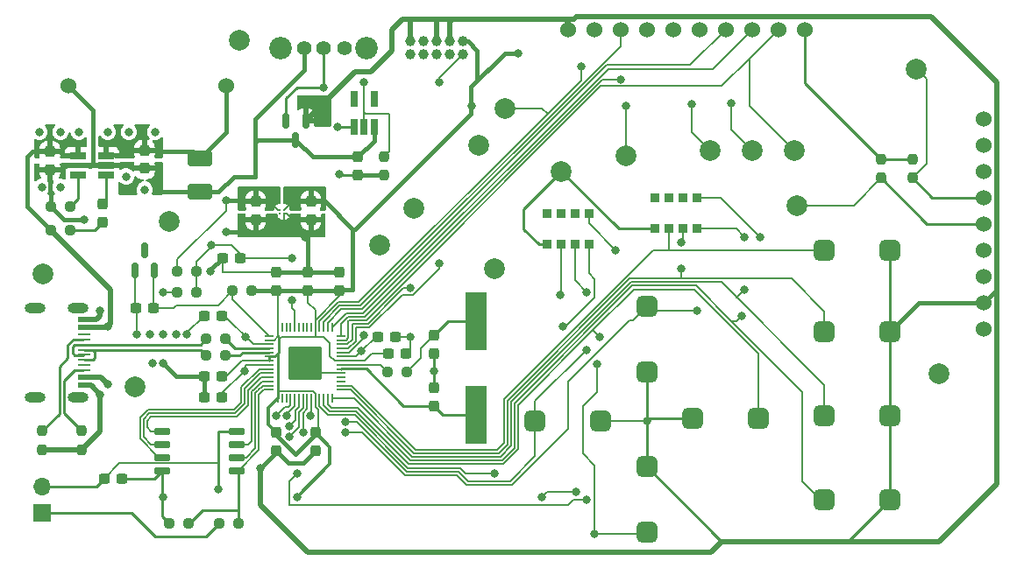
<source format=gbr>
%TF.GenerationSoftware,KiCad,Pcbnew,(6.0.5)*%
%TF.CreationDate,2022-08-05T12:45:28-07:00*%
%TF.ProjectId,RFIDice_V0_revised,52464944-6963-4655-9f56-305f72657669,rev?*%
%TF.SameCoordinates,Original*%
%TF.FileFunction,Copper,L1,Top*%
%TF.FilePolarity,Positive*%
%FSLAX46Y46*%
G04 Gerber Fmt 4.6, Leading zero omitted, Abs format (unit mm)*
G04 Created by KiCad (PCBNEW (6.0.5)) date 2022-08-05 12:45:28*
%MOMM*%
%LPD*%
G01*
G04 APERTURE LIST*
G04 Aperture macros list*
%AMRoundRect*
0 Rectangle with rounded corners*
0 $1 Rounding radius*
0 $2 $3 $4 $5 $6 $7 $8 $9 X,Y pos of 4 corners*
0 Add a 4 corners polygon primitive as box body*
4,1,4,$2,$3,$4,$5,$6,$7,$8,$9,$2,$3,0*
0 Add four circle primitives for the rounded corners*
1,1,$1+$1,$2,$3*
1,1,$1+$1,$4,$5*
1,1,$1+$1,$6,$7*
1,1,$1+$1,$8,$9*
0 Add four rect primitives between the rounded corners*
20,1,$1+$1,$2,$3,$4,$5,0*
20,1,$1+$1,$4,$5,$6,$7,0*
20,1,$1+$1,$6,$7,$8,$9,0*
20,1,$1+$1,$8,$9,$2,$3,0*%
G04 Aperture macros list end*
%TA.AperFunction,SMDPad,CuDef*%
%ADD10R,1.150000X0.575000*%
%TD*%
%TA.AperFunction,SMDPad,CuDef*%
%ADD11R,1.150000X0.275000*%
%TD*%
%TA.AperFunction,ComponentPad*%
%ADD12O,2.000000X1.000000*%
%TD*%
%TA.AperFunction,SMDPad,CuDef*%
%ADD13R,0.900000X0.900000*%
%TD*%
%TA.AperFunction,SMDPad,CuDef*%
%ADD14RoundRect,0.237500X0.237500X-0.250000X0.237500X0.250000X-0.237500X0.250000X-0.237500X-0.250000X0*%
%TD*%
%TA.AperFunction,SMDPad,CuDef*%
%ADD15RoundRect,0.500000X-0.500000X-0.500000X0.500000X-0.500000X0.500000X0.500000X-0.500000X0.500000X0*%
%TD*%
%TA.AperFunction,ComponentPad*%
%ADD16C,2.000000*%
%TD*%
%TA.AperFunction,SMDPad,CuDef*%
%ADD17RoundRect,0.237500X0.300000X0.237500X-0.300000X0.237500X-0.300000X-0.237500X0.300000X-0.237500X0*%
%TD*%
%TA.AperFunction,SMDPad,CuDef*%
%ADD18RoundRect,0.237500X0.250000X0.237500X-0.250000X0.237500X-0.250000X-0.237500X0.250000X-0.237500X0*%
%TD*%
%TA.AperFunction,SMDPad,CuDef*%
%ADD19R,0.152400X0.152400*%
%TD*%
%TA.AperFunction,SMDPad,CuDef*%
%ADD20RoundRect,0.237500X-0.237500X0.300000X-0.237500X-0.300000X0.237500X-0.300000X0.237500X0.300000X0*%
%TD*%
%TA.AperFunction,SMDPad,CuDef*%
%ADD21RoundRect,0.237500X0.237500X-0.300000X0.237500X0.300000X-0.237500X0.300000X-0.237500X-0.300000X0*%
%TD*%
%TA.AperFunction,ComponentPad*%
%ADD22C,1.524000*%
%TD*%
%TA.AperFunction,SMDPad,CuDef*%
%ADD23RoundRect,0.150000X-0.150000X0.587500X-0.150000X-0.587500X0.150000X-0.587500X0.150000X0.587500X0*%
%TD*%
%TA.AperFunction,SMDPad,CuDef*%
%ADD24RoundRect,0.150000X0.150000X-0.587500X0.150000X0.587500X-0.150000X0.587500X-0.150000X-0.587500X0*%
%TD*%
%TA.AperFunction,SMDPad,CuDef*%
%ADD25RoundRect,0.237500X-0.250000X-0.237500X0.250000X-0.237500X0.250000X0.237500X-0.250000X0.237500X0*%
%TD*%
%TA.AperFunction,SMDPad,CuDef*%
%ADD26RoundRect,0.237500X-0.237500X0.287500X-0.237500X-0.287500X0.237500X-0.287500X0.237500X0.287500X0*%
%TD*%
%TA.AperFunction,SMDPad,CuDef*%
%ADD27RoundRect,0.500000X0.500000X-0.500000X0.500000X0.500000X-0.500000X0.500000X-0.500000X-0.500000X0*%
%TD*%
%TA.AperFunction,SMDPad,CuDef*%
%ADD28RoundRect,0.150000X0.650000X0.150000X-0.650000X0.150000X-0.650000X-0.150000X0.650000X-0.150000X0*%
%TD*%
%TA.AperFunction,SMDPad,CuDef*%
%ADD29RoundRect,0.237500X-0.300000X-0.237500X0.300000X-0.237500X0.300000X0.237500X-0.300000X0.237500X0*%
%TD*%
%TA.AperFunction,ComponentPad*%
%ADD30C,1.422400*%
%TD*%
%TA.AperFunction,ComponentPad*%
%ADD31C,2.184400*%
%TD*%
%TA.AperFunction,SMDPad,CuDef*%
%ADD32RoundRect,0.500000X0.500000X0.500000X-0.500000X0.500000X-0.500000X-0.500000X0.500000X-0.500000X0*%
%TD*%
%TA.AperFunction,SMDPad,CuDef*%
%ADD33RoundRect,0.500000X-0.500000X0.500000X-0.500000X-0.500000X0.500000X-0.500000X0.500000X0.500000X0*%
%TD*%
%TA.AperFunction,SMDPad,CuDef*%
%ADD34R,1.560000X0.650000*%
%TD*%
%TA.AperFunction,SMDPad,CuDef*%
%ADD35RoundRect,0.250001X-0.924999X0.499999X-0.924999X-0.499999X0.924999X-0.499999X0.924999X0.499999X0*%
%TD*%
%TA.AperFunction,ComponentPad*%
%ADD36C,1.000000*%
%TD*%
%TA.AperFunction,SMDPad,CuDef*%
%ADD37RoundRect,0.050000X0.050000X-0.387500X0.050000X0.387500X-0.050000X0.387500X-0.050000X-0.387500X0*%
%TD*%
%TA.AperFunction,SMDPad,CuDef*%
%ADD38RoundRect,0.050000X0.387500X-0.050000X0.387500X0.050000X-0.387500X0.050000X-0.387500X-0.050000X0*%
%TD*%
%TA.AperFunction,ComponentPad*%
%ADD39C,0.600000*%
%TD*%
%TA.AperFunction,SMDPad,CuDef*%
%ADD40RoundRect,0.144000X1.456000X-1.456000X1.456000X1.456000X-1.456000X1.456000X-1.456000X-1.456000X0*%
%TD*%
%TA.AperFunction,ComponentPad*%
%ADD41R,1.700000X1.700000*%
%TD*%
%TA.AperFunction,ComponentPad*%
%ADD42O,1.700000X1.700000*%
%TD*%
%TA.AperFunction,SMDPad,CuDef*%
%ADD43R,0.650000X1.560000*%
%TD*%
%TA.AperFunction,SMDPad,CuDef*%
%ADD44R,2.100000X5.600000*%
%TD*%
%TA.AperFunction,ViaPad*%
%ADD45C,0.800000*%
%TD*%
%TA.AperFunction,Conductor*%
%ADD46C,0.200000*%
%TD*%
%TA.AperFunction,Conductor*%
%ADD47C,0.190500*%
%TD*%
%TA.AperFunction,Conductor*%
%ADD48C,0.250000*%
%TD*%
%TA.AperFunction,Conductor*%
%ADD49C,0.508000*%
%TD*%
%TA.AperFunction,Conductor*%
%ADD50C,0.254000*%
%TD*%
%TA.AperFunction,Conductor*%
%ADD51C,0.381000*%
%TD*%
%TA.AperFunction,Conductor*%
%ADD52C,0.304800*%
%TD*%
G04 APERTURE END LIST*
D10*
%TO.P,X1,A1B12,GND*%
%TO.N,GND1*%
X83555000Y-80620000D03*
%TO.P,X1,A4B9,VBUS*%
%TO.N,+5V*%
X83555000Y-81420000D03*
D11*
%TO.P,X1,A5,CC1*%
%TO.N,Net-(R10-Pad2)*%
X83555000Y-82570000D03*
%TO.P,X1,A6,D+*%
%TO.N,/USB_D+*%
X83555000Y-83570000D03*
%TO.P,X1,A7,D-*%
%TO.N,/USB_D-*%
X83555000Y-84070000D03*
%TO.P,X1,A8,SBU1*%
%TO.N,unconnected-(X1-PadA8)*%
X83555000Y-85070000D03*
D10*
%TO.P,X1,B1A12,GND*%
%TO.N,GND1*%
X83555000Y-87020000D03*
%TO.P,X1,B4A9,VBUS*%
%TO.N,+5V*%
X83555000Y-86220000D03*
D11*
%TO.P,X1,B5,CC2*%
%TO.N,Net-(R9-Pad2)*%
X83555000Y-85570000D03*
%TO.P,X1,B6,D+*%
%TO.N,/USB_D+*%
X83555000Y-84570000D03*
%TO.P,X1,B7,D-*%
%TO.N,/USB_D-*%
X83555000Y-83070000D03*
%TO.P,X1,B8,SBU2*%
%TO.N,unconnected-(X1-PadB8)*%
X83555000Y-82070000D03*
D12*
%TO.P,X1,M1*%
%TO.N,N/C*%
X82980000Y-79500000D03*
%TO.P,X1,M2*%
X82980000Y-88140000D03*
%TO.P,X1,M3*%
X78800000Y-79500000D03*
%TO.P,X1,M4*%
X78800000Y-88140000D03*
%TD*%
D13*
%TO.P,RN2,1,common*%
%TO.N,+3V3*%
X128302000Y-73382000D03*
%TO.P,RN2,2,R1*%
%TO.N,/BTN4*%
X129642000Y-73382000D03*
%TO.P,RN2,3,R2*%
%TO.N,/BTN3*%
X130962000Y-73382000D03*
%TO.P,RN2,4,R3*%
%TO.N,/BTN2*%
X132302000Y-73382000D03*
%TO.P,RN2,5,R4*%
%TO.N,/BTN1*%
X132302000Y-70382000D03*
%TO.P,RN2,6*%
%TO.N,N/C*%
X130962000Y-70382000D03*
%TO.P,RN2,7*%
X129642000Y-70382000D03*
%TO.P,RN2,8*%
X128302000Y-70382000D03*
%TD*%
%TO.P,RN1,1,common*%
%TO.N,+3V3*%
X138716000Y-71858000D03*
%TO.P,RN1,2,R1*%
%TO.N,/BTN8*%
X140056000Y-71858000D03*
%TO.P,RN1,3,R2*%
%TO.N,/BTN7*%
X141376000Y-71858000D03*
%TO.P,RN1,4,R3*%
%TO.N,/BTN6*%
X142716000Y-71858000D03*
%TO.P,RN1,5,R4*%
%TO.N,/BTN5*%
X142716000Y-68858000D03*
%TO.P,RN1,6*%
%TO.N,N/C*%
X141376000Y-68858000D03*
%TO.P,RN1,7*%
X140056000Y-68858000D03*
%TO.P,RN1,8*%
X138716000Y-68858000D03*
%TD*%
D14*
%TO.P,R7,1*%
%TO.N,/BATT_LOW_STAT*%
X112522000Y-66698500D03*
%TO.P,R7,2*%
%TO.N,+BATT*%
X112522000Y-64873500D03*
%TD*%
D15*
%TO.P,SW8,1,1*%
%TO.N,/BTN7*%
X155067000Y-81788000D03*
%TO.P,SW8,2,2*%
%TO.N,GND*%
X161417000Y-81788000D03*
%TD*%
D16*
%TO.P,TP13,1,1*%
%TO.N,/I2C0_SDA*%
X163957000Y-56388000D03*
%TD*%
%TO.P,TP12,1,1*%
%TO.N,/I2C0_SCL*%
X152400000Y-69596000D03*
%TD*%
%TO.P,TP16,1,1*%
%TO.N,/SWD*%
X121666000Y-63754000D03*
%TD*%
%TO.P,TP2,1,1*%
%TO.N,GND1*%
X79629000Y-76200000D03*
%TD*%
%TO.P,TP7,1,1*%
%TO.N,/DISP_DATA{slash}COMMAND*%
X124206000Y-60198000D03*
%TD*%
D17*
%TO.P,C9,1*%
%TO.N,/HALF_BATT_REF*%
X98652500Y-74676000D03*
%TO.P,C9,2*%
%TO.N,GND*%
X96927500Y-74676000D03*
%TD*%
D16*
%TO.P,TP9,1,1*%
%TO.N,/SPI_TX*%
X144018000Y-64262000D03*
%TD*%
D18*
%TO.P,R15,1*%
%TO.N,+3V3*%
X99718500Y-77855508D03*
%TO.P,R15,2*%
%TO.N,/ADC_VRef*%
X97893500Y-77855508D03*
%TD*%
D19*
%TO.P,U5,A1,IN*%
%TO.N,+BATT*%
X102491800Y-70055994D03*
%TO.P,U5,A2,OUT*%
%TO.N,+3V3*%
X102841800Y-70055994D03*
%TO.P,U5,B1,EN*%
%TO.N,unconnected-(U5-PadB1)*%
X102491800Y-70406006D03*
%TO.P,U5,B2,GND*%
%TO.N,GND*%
X102841800Y-70406006D03*
%TD*%
D20*
%TO.P,C12,1*%
%TO.N,+3V3*%
X105918000Y-91593500D03*
%TO.P,C12,2*%
%TO.N,GND*%
X105918000Y-93318500D03*
%TD*%
D21*
%TO.P,C8,1*%
%TO.N,+3V3*%
X105156000Y-77824500D03*
%TO.P,C8,2*%
%TO.N,GND*%
X105156000Y-76099500D03*
%TD*%
D22*
%TO.P,BT1,1,+*%
%TO.N,+BATT*%
X97282000Y-58039000D03*
%TO.P,BT1,2,-*%
%TO.N,GND1*%
X82042000Y-58039000D03*
%TD*%
D17*
%TO.P,C21,1*%
%TO.N,/ADC_VRef*%
X90270500Y-79502000D03*
%TO.P,C21,2*%
%TO.N,GND*%
X88545500Y-79502000D03*
%TD*%
D20*
%TO.P,C4,1*%
%TO.N,+3V3*%
X105460800Y-69241500D03*
%TO.P,C4,2*%
%TO.N,GND*%
X105460800Y-70966500D03*
%TD*%
D23*
%TO.P,Q1,1,D*%
%TO.N,GND*%
X104963000Y-61419500D03*
%TO.P,Q1,2,G*%
%TO.N,/BATT_LOW_STAT*%
X103063000Y-61419500D03*
%TO.P,Q1,3,S*%
%TO.N,GND1*%
X104013000Y-63294500D03*
%TD*%
D18*
%TO.P,R14,1*%
%TO.N,/HALF_BATT_REF*%
X94384500Y-77978000D03*
%TO.P,R14,2*%
%TO.N,GND*%
X92559500Y-77978000D03*
%TD*%
D16*
%TO.P,TP10,1,1*%
%TO.N,/SPI_SCK*%
X148082000Y-64262000D03*
%TD*%
%TO.P,TP15,1,1*%
%TO.N,/~{RESET}*%
X115443000Y-69850000D03*
%TD*%
D17*
%TO.P,C7,1*%
%TO.N,+1V1*%
X96874500Y-80264000D03*
%TO.P,C7,2*%
%TO.N,GND*%
X95149500Y-80264000D03*
%TD*%
D22*
%TO.P,U2,1,3.3V*%
%TO.N,+BATT*%
X170434000Y-61214000D03*
%TO.P,U2,2,SCK*%
%TO.N,unconnected-(U2-Pad2)*%
X170434000Y-63754000D03*
%TO.P,U2,3,MISO*%
%TO.N,unconnected-(U2-Pad3)*%
X170434000Y-66294000D03*
%TO.P,U2,4,MOSI/SDA/TX*%
%TO.N,/I2C0_SDA*%
X170434000Y-68834000D03*
%TO.P,U2,5,SSEL/SCL/RX*%
%TO.N,/I2C0_SCL*%
X170434000Y-71374000D03*
%TO.P,U2,6,RSTOUT_N*%
%TO.N,/PN532_RSTOUT_N*%
X170434000Y-73914000D03*
%TO.P,U2,7,IRQ*%
%TO.N,/PN532_IRQ*%
X170434000Y-76454000D03*
%TO.P,U2,8,GND*%
%TO.N,GND*%
X170434000Y-78994000D03*
%TO.P,U2,9,5.0V*%
%TO.N,unconnected-(U2-Pad9)*%
X170434000Y-81534000D03*
%TD*%
D21*
%TO.P,C19,1*%
%TO.N,GND*%
X117348000Y-83920500D03*
%TO.P,C19,2*%
%TO.N,Net-(C19-Pad2)*%
X117348000Y-82195500D03*
%TD*%
%TO.P,C14,1*%
%TO.N,+3V3*%
X108204000Y-77824500D03*
%TO.P,C14,2*%
%TO.N,GND*%
X108204000Y-76099500D03*
%TD*%
D20*
%TO.P,C18,1*%
%TO.N,GND*%
X117348000Y-87275500D03*
%TO.P,C18,2*%
%TO.N,/XIN*%
X117348000Y-89000500D03*
%TD*%
D16*
%TO.P,TP14,1,1*%
%TO.N,/PN532_IRQ*%
X166116000Y-85852000D03*
%TD*%
D24*
%TO.P,U3,1,K*%
%TO.N,GND*%
X88458000Y-75867500D03*
%TO.P,U3,2,A*%
%TO.N,/ADC_VRef*%
X90358000Y-75867500D03*
%TO.P,U3,3*%
%TO.N,N/C*%
X89408000Y-73992500D03*
%TD*%
D18*
%TO.P,R1,1*%
%TO.N,Net-(R1-Pad1)*%
X82192500Y-69723000D03*
%TO.P,R1,2*%
%TO.N,GND1*%
X80367500Y-69723000D03*
%TD*%
%TO.P,R4,1*%
%TO.N,/2USB_D-*%
X97203900Y-82499200D03*
%TO.P,R4,2*%
%TO.N,/USB_D-*%
X95378900Y-82499200D03*
%TD*%
D25*
%TO.P,R5,1*%
%TO.N,/~{USB_BOOT}*%
X96623500Y-100330000D03*
%TO.P,R5,2*%
%TO.N,/QSPI_SS*%
X98448500Y-100330000D03*
%TD*%
D26*
%TO.P,D1,1,K*%
%TO.N,Net-(D1-Pad1)*%
X85344000Y-69483000D03*
%TO.P,D1,2,A*%
%TO.N,Net-(D1-Pad2)*%
X85344000Y-71233000D03*
%TD*%
D27*
%TO.P,SW4,1,1*%
%TO.N,/BTN3*%
X137922000Y-101219000D03*
%TO.P,SW4,2,2*%
%TO.N,GND*%
X137922000Y-94869000D03*
%TD*%
D28*
%TO.P,U7,1,~{CS}*%
%TO.N,/QSPI_SS*%
X98342000Y-95250000D03*
%TO.P,U7,2,DO(IO1)*%
%TO.N,/QSPL_SD1*%
X98342000Y-93980000D03*
%TO.P,U7,3,IO2*%
%TO.N,/QSPL_SD2*%
X98342000Y-92710000D03*
%TO.P,U7,4,GND*%
%TO.N,GND*%
X98342000Y-91440000D03*
%TO.P,U7,5,DI(IO0)*%
%TO.N,/QSPL_SD0*%
X91142000Y-91440000D03*
%TO.P,U7,6,CLK*%
%TO.N,/QSPI_SCLK*%
X91142000Y-92710000D03*
%TO.P,U7,7,IO3*%
%TO.N,/QSPL_SD3*%
X91142000Y-93980000D03*
%TO.P,U7,8,VCC*%
%TO.N,+3V3*%
X91142000Y-95250000D03*
%TD*%
D15*
%TO.P,SW6,1,1*%
%TO.N,/BTN5*%
X155067000Y-98044000D03*
%TO.P,SW6,2,2*%
%TO.N,GND*%
X161417000Y-98044000D03*
%TD*%
D29*
%TO.P,C15,1*%
%TO.N,+3V3*%
X112929500Y-83947000D03*
%TO.P,C15,2*%
%TO.N,GND*%
X114654500Y-83947000D03*
%TD*%
D18*
%TO.P,R3,1*%
%TO.N,/2USB_D+*%
X97203900Y-84150200D03*
%TO.P,R3,2*%
%TO.N,/USB_D+*%
X95378900Y-84150200D03*
%TD*%
D17*
%TO.P,C6,1*%
%TO.N,+1V1*%
X96874500Y-88138000D03*
%TO.P,C6,2*%
%TO.N,GND*%
X95149500Y-88138000D03*
%TD*%
D15*
%TO.P,SW9,1,1*%
%TO.N,/BTN8*%
X155067000Y-73914000D03*
%TO.P,SW9,2,2*%
%TO.N,GND*%
X161417000Y-73914000D03*
%TD*%
D25*
%TO.P,R13,1*%
%TO.N,+BATT*%
X92559500Y-75946000D03*
%TO.P,R13,2*%
%TO.N,/HALF_BATT_REF*%
X94384500Y-75946000D03*
%TD*%
D16*
%TO.P,TP3,1,1*%
%TO.N,GND*%
X88519000Y-87122000D03*
%TD*%
D18*
%TO.P,R8,1*%
%TO.N,Net-(C19-Pad2)*%
X114704500Y-85725000D03*
%TO.P,R8,2*%
%TO.N,/XOUT*%
X112879500Y-85725000D03*
%TD*%
D30*
%TO.P,SW1,1*%
%TO.N,unconnected-(SW1-Pad1)*%
X108712004Y-54356000D03*
%TO.P,SW1,2*%
%TO.N,/BATT_LOW_STAT*%
X106712004Y-54356000D03*
%TO.P,SW1,3*%
%TO.N,GND1*%
X104812004Y-54356000D03*
D31*
%TO.P,SW1,MT1*%
%TO.N,N/C*%
X110812004Y-54356000D03*
%TO.P,SW1,MT2*%
X102512004Y-54356000D03*
%TD*%
D25*
%TO.P,R2,1*%
%TO.N,+5V*%
X80367500Y-72009000D03*
%TO.P,R2,2*%
%TO.N,Net-(D1-Pad2)*%
X82192500Y-72009000D03*
%TD*%
D32*
%TO.P,SW5,1,1*%
%TO.N,/BTN4*%
X148717000Y-90170000D03*
%TO.P,SW5,2,2*%
%TO.N,GND*%
X142367000Y-90170000D03*
%TD*%
D33*
%TO.P,SW2,1,1*%
%TO.N,/BTN1*%
X137922000Y-79375000D03*
%TO.P,SW2,2,2*%
%TO.N,GND*%
X137922000Y-85725000D03*
%TD*%
D16*
%TO.P,TP4,1,1*%
%TO.N,+BATT*%
X98552000Y-53594000D03*
%TD*%
%TO.P,TP5,1,1*%
%TO.N,+3V3*%
X129667000Y-66294000D03*
%TD*%
D25*
%TO.P,R6,1*%
%TO.N,+3V3*%
X91797500Y-100330000D03*
%TO.P,R6,2*%
%TO.N,/QSPI_SS*%
X93622500Y-100330000D03*
%TD*%
D34*
%TO.P,U1,1,STAT*%
%TO.N,Net-(D1-Pad1)*%
X85678000Y-66675000D03*
%TO.P,U1,2,VSS*%
%TO.N,GND1*%
X85678000Y-65725000D03*
%TO.P,U1,3,VBAT*%
%TO.N,+BATT*%
X85678000Y-64775000D03*
%TO.P,U1,4,VDD*%
%TO.N,+5V*%
X82978000Y-64775000D03*
%TO.P,U1,5,PROG*%
%TO.N,Net-(R1-Pad1)*%
X82978000Y-66675000D03*
%TD*%
D16*
%TO.P,TP11,1,1*%
%TO.N,/SPI_RX*%
X152146000Y-64262000D03*
%TD*%
%TO.P,TP1,1,1*%
%TO.N,/BATT_LOW_STAT*%
X112141000Y-73406000D03*
%TD*%
D14*
%TO.P,R11,1*%
%TO.N,/I2C0_SCL*%
X160528000Y-66952500D03*
%TO.P,R11,2*%
%TO.N,+3V3*%
X160528000Y-65127500D03*
%TD*%
D35*
%TO.P,C20,1*%
%TO.N,+BATT*%
X94742000Y-65050000D03*
%TO.P,C20,2*%
%TO.N,GND1*%
X94742000Y-68300000D03*
%TD*%
D17*
%TO.P,C11,1*%
%TO.N,+3V3*%
X96874500Y-86106000D03*
%TO.P,C11,2*%
%TO.N,GND*%
X95149500Y-86106000D03*
%TD*%
D36*
%TO.P,J2,1,VCC*%
%TO.N,+3V3*%
X120142000Y-53721000D03*
%TO.P,J2,2,SWDIO*%
%TO.N,/SWD*%
X120142000Y-54991000D03*
%TO.P,J2,3,GND*%
%TO.N,GND*%
X118872000Y-53721000D03*
%TO.P,J2,4,SWDCLK*%
%TO.N,/SWCLK*%
X118872000Y-54991000D03*
%TO.P,J2,5,GND*%
%TO.N,GND*%
X117602000Y-53721000D03*
%TO.P,J2,6,SWO*%
%TO.N,unconnected-(J2-Pad6)*%
X117602000Y-54991000D03*
%TO.P,J2,7*%
%TO.N,N/C*%
X116332000Y-53721000D03*
%TO.P,J2,8*%
X116332000Y-54991000D03*
%TO.P,J2,9,GND*%
%TO.N,GND*%
X115062000Y-53721000D03*
%TO.P,J2,10,~{RESET}*%
%TO.N,/~{RESET}*%
X115062000Y-54991000D03*
%TD*%
D20*
%TO.P,C3,1*%
%TO.N,+BATT*%
X100126800Y-69241500D03*
%TO.P,C3,2*%
%TO.N,GND*%
X100126800Y-70966500D03*
%TD*%
D37*
%TO.P,U6,1,IOVDD*%
%TO.N,+3V3*%
X102302000Y-88273500D03*
%TO.P,U6,2,GPIO0*%
%TO.N,unconnected-(U6-Pad2)*%
X102702000Y-88273500D03*
%TO.P,U6,3,GPIO1*%
%TO.N,unconnected-(U6-Pad3)*%
X103102000Y-88273500D03*
%TO.P,U6,4,GPIO2*%
%TO.N,/PN532_RSTOUT_N*%
X103502000Y-88273500D03*
%TO.P,U6,5,GPIO3*%
%TO.N,/PN532_IRQ*%
X103902000Y-88273500D03*
%TO.P,U6,6,GPIO4*%
%TO.N,/I2C0_SDA*%
X104302000Y-88273500D03*
%TO.P,U6,7,GPIO5*%
%TO.N,/I2C0_SCL*%
X104702000Y-88273500D03*
%TO.P,U6,8,GPIO6*%
%TO.N,/BTN1*%
X105102000Y-88273500D03*
%TO.P,U6,9,GPIO7*%
%TO.N,/BTN2*%
X105502000Y-88273500D03*
%TO.P,U6,10,IOVDD*%
%TO.N,+3V3*%
X105902000Y-88273500D03*
%TO.P,U6,11,GPIO8*%
%TO.N,/BTN3*%
X106302000Y-88273500D03*
%TO.P,U6,12,GPIO9*%
%TO.N,/BTN4*%
X106702000Y-88273500D03*
%TO.P,U6,13,GPIO10*%
%TO.N,/BTN5*%
X107102000Y-88273500D03*
%TO.P,U6,14,GPIO11*%
%TO.N,/BTN6*%
X107502000Y-88273500D03*
D38*
%TO.P,U6,15,GPIO12*%
%TO.N,/BTN7*%
X108339500Y-87436000D03*
%TO.P,U6,16,GPIO13*%
%TO.N,/BTN8*%
X108339500Y-87036000D03*
%TO.P,U6,17,GPIO14*%
%TO.N,unconnected-(U6-Pad17)*%
X108339500Y-86636000D03*
%TO.P,U6,18,GPIO15*%
%TO.N,unconnected-(U6-Pad18)*%
X108339500Y-86236000D03*
%TO.P,U6,19,TESTEN*%
%TO.N,GND*%
X108339500Y-85836000D03*
%TO.P,U6,20,XIN*%
%TO.N,/XIN*%
X108339500Y-85436000D03*
%TO.P,U6,21,XOUT*%
%TO.N,/XOUT*%
X108339500Y-85036000D03*
%TO.P,U6,22,IOVDD*%
%TO.N,+3V3*%
X108339500Y-84636000D03*
%TO.P,U6,23,DVDD*%
%TO.N,+1V1*%
X108339500Y-84236000D03*
%TO.P,U6,24,SWCLK*%
%TO.N,/SWCLK*%
X108339500Y-83836000D03*
%TO.P,U6,25,SWD*%
%TO.N,/SWD*%
X108339500Y-83436000D03*
%TO.P,U6,26,RUN*%
%TO.N,/~{RESET}*%
X108339500Y-83036000D03*
%TO.P,U6,27,GPIO16*%
%TO.N,/SPI_RX*%
X108339500Y-82636000D03*
%TO.P,U6,28,GPIO17*%
%TO.N,/SPI_CS*%
X108339500Y-82236000D03*
D37*
%TO.P,U6,29,GPIO18*%
%TO.N,/SPI_SCK*%
X107502000Y-81398500D03*
%TO.P,U6,30,GPIO19*%
%TO.N,/SPI_TX*%
X107102000Y-81398500D03*
%TO.P,U6,31,GPIO20*%
%TO.N,/DISP_RST*%
X106702000Y-81398500D03*
%TO.P,U6,32,GPIO21*%
%TO.N,/DISP_DATA{slash}COMMAND*%
X106302000Y-81398500D03*
%TO.P,U6,33,IOVDD*%
%TO.N,+3V3*%
X105902000Y-81398500D03*
%TO.P,U6,34,GPIO22*%
%TO.N,unconnected-(U6-Pad34)*%
X105502000Y-81398500D03*
%TO.P,U6,35,GPIO23*%
%TO.N,unconnected-(U6-Pad35)*%
X105102000Y-81398500D03*
%TO.P,U6,36,GPIO24*%
%TO.N,unconnected-(U6-Pad36)*%
X104702000Y-81398500D03*
%TO.P,U6,37,GPIO25*%
%TO.N,unconnected-(U6-Pad37)*%
X104302000Y-81398500D03*
%TO.P,U6,38,GPIO26_ADC0*%
%TO.N,/HALF_BATT_REF*%
X103902000Y-81398500D03*
%TO.P,U6,39,GPIO27_ADC1*%
%TO.N,unconnected-(U6-Pad39)*%
X103502000Y-81398500D03*
%TO.P,U6,40,GPIO28_ADC2*%
%TO.N,unconnected-(U6-Pad40)*%
X103102000Y-81398500D03*
%TO.P,U6,41,GPIO29_ADC3*%
%TO.N,unconnected-(U6-Pad41)*%
X102702000Y-81398500D03*
%TO.P,U6,42,IOVDD*%
%TO.N,+3V3*%
X102302000Y-81398500D03*
D38*
%TO.P,U6,43,ADC_AVDD*%
%TO.N,/ADC_VRef*%
X101464500Y-82236000D03*
%TO.P,U6,44,VREG_IN*%
%TO.N,+3V3*%
X101464500Y-82636000D03*
%TO.P,U6,45,VREG_VOUT*%
%TO.N,+1V1*%
X101464500Y-83036000D03*
%TO.P,U6,46,USB_DM*%
%TO.N,/2USB_D-*%
X101464500Y-83436000D03*
%TO.P,U6,47,USB_DP*%
%TO.N,/2USB_D+*%
X101464500Y-83836000D03*
%TO.P,U6,48,USB_VDD*%
%TO.N,+3V3*%
X101464500Y-84236000D03*
%TO.P,U6,49,IOVDD*%
X101464500Y-84636000D03*
%TO.P,U6,50,DVDD*%
%TO.N,+1V1*%
X101464500Y-85036000D03*
%TO.P,U6,51,QSPI_SD3*%
%TO.N,/QSPL_SD3*%
X101464500Y-85436000D03*
%TO.P,U6,52,QSPI_SCLK*%
%TO.N,/QSPI_SCLK*%
X101464500Y-85836000D03*
%TO.P,U6,53,QSPI_SD0*%
%TO.N,/QSPL_SD0*%
X101464500Y-86236000D03*
%TO.P,U6,54,QSPI_SD2*%
%TO.N,/QSPL_SD2*%
X101464500Y-86636000D03*
%TO.P,U6,55,QSPI_SD1*%
%TO.N,/QSPL_SD1*%
X101464500Y-87036000D03*
%TO.P,U6,56,QSPI_SS*%
%TO.N,/QSPI_SS*%
X101464500Y-87436000D03*
D39*
%TO.P,U6,57,GND*%
%TO.N,GND*%
X104902000Y-83561000D03*
X103627000Y-83561000D03*
X103627000Y-86111000D03*
X103627000Y-84836000D03*
X104902000Y-86111000D03*
X106177000Y-84836000D03*
X104902000Y-84836000D03*
X106177000Y-86111000D03*
D40*
X104902000Y-84836000D03*
D39*
X106177000Y-83561000D03*
%TD*%
D15*
%TO.P,SW7,1,1*%
%TO.N,/BTN6*%
X155067000Y-89916000D03*
%TO.P,SW7,2,2*%
%TO.N,GND*%
X161417000Y-89916000D03*
%TD*%
%TO.P,SW3,1,1*%
%TO.N,/BTN2*%
X127127000Y-90424000D03*
%TO.P,SW3,2,2*%
%TO.N,GND*%
X133477000Y-90424000D03*
%TD*%
D41*
%TO.P,J1,1,Pin_1*%
%TO.N,/~{USB_BOOT}*%
X79502000Y-99314000D03*
D42*
%TO.P,J1,2,Pin_2*%
%TO.N,GND*%
X79502000Y-96774000D03*
%TD*%
D43*
%TO.P,U4,1,OUT*%
%TO.N,/BATT_LOW_STAT*%
X109669500Y-61976000D03*
%TO.P,U4,2,V_DD*%
%TO.N,+BATT*%
X110619500Y-61976000D03*
%TO.P,U4,3,GND*%
%TO.N,GND1*%
X111569500Y-61976000D03*
%TO.P,U4,4,NC*%
%TO.N,unconnected-(U4-Pad4)*%
X111569500Y-59276000D03*
%TO.P,U4,5,NC*%
%TO.N,unconnected-(U4-Pad5)*%
X109669500Y-59276000D03*
%TD*%
D17*
%TO.P,C16,1*%
%TO.N,+3V3*%
X87222500Y-96012000D03*
%TO.P,C16,2*%
%TO.N,GND*%
X85497500Y-96012000D03*
%TD*%
D14*
%TO.P,R10,1*%
%TO.N,GND1*%
X79502000Y-93241500D03*
%TO.P,R10,2*%
%TO.N,Net-(R10-Pad2)*%
X79502000Y-91416500D03*
%TD*%
%TO.P,R12,1*%
%TO.N,/I2C0_SDA*%
X163576000Y-66952500D03*
%TO.P,R12,2*%
%TO.N,+3V3*%
X163576000Y-65127500D03*
%TD*%
D20*
%TO.P,C1,1*%
%TO.N,+5V*%
X80264000Y-64415500D03*
%TO.P,C1,2*%
%TO.N,GND1*%
X80264000Y-66140500D03*
%TD*%
D16*
%TO.P,TP18,1,1*%
%TO.N,/HALF_BATT_REF*%
X91821000Y-71120000D03*
%TD*%
D21*
%TO.P,C10,1*%
%TO.N,+3V3*%
X102108000Y-77824500D03*
%TO.P,C10,2*%
%TO.N,GND*%
X102108000Y-76099500D03*
%TD*%
D16*
%TO.P,TP17,1,1*%
%TO.N,/SWCLK*%
X123190000Y-75692000D03*
%TD*%
D20*
%TO.P,C2,1*%
%TO.N,+BATT*%
X89408000Y-64288500D03*
%TO.P,C2,2*%
%TO.N,GND1*%
X89408000Y-66013500D03*
%TD*%
D21*
%TO.P,C17,1*%
%TO.N,/BATT_LOW_STAT*%
X109982000Y-66648500D03*
%TO.P,C17,2*%
%TO.N,GND1*%
X109982000Y-64923500D03*
%TD*%
D14*
%TO.P,R9,1*%
%TO.N,GND1*%
X83312000Y-93241500D03*
%TO.P,R9,2*%
%TO.N,Net-(R9-Pad2)*%
X83312000Y-91416500D03*
%TD*%
D44*
%TO.P,Y1,1,1*%
%TO.N,Net-(C19-Pad2)*%
X121412000Y-80844000D03*
%TO.P,Y1,2,2*%
%TO.N,/XIN*%
X121412000Y-89844000D03*
%TD*%
D16*
%TO.P,TP8,1,1*%
%TO.N,/SPI_CS*%
X135890000Y-64770000D03*
%TD*%
D20*
%TO.P,C13,1*%
%TO.N,+3V3*%
X102108000Y-91593500D03*
%TO.P,C13,2*%
%TO.N,GND*%
X102108000Y-93318500D03*
%TD*%
D29*
%TO.P,C5,1*%
%TO.N,+1V1*%
X111913500Y-82296000D03*
%TO.P,C5,2*%
%TO.N,GND*%
X113638500Y-82296000D03*
%TD*%
D22*
%TO.P,U8,1,Lite*%
%TO.N,+3V3*%
X153162000Y-52578000D03*
%TO.P,U8,2,MISO*%
%TO.N,/SPI_RX*%
X150622000Y-52578000D03*
%TO.P,U8,3,SCK*%
%TO.N,/SPI_SCK*%
X148082000Y-52578000D03*
%TO.P,U8,4,MOSI*%
%TO.N,/SPI_TX*%
X145542000Y-52578000D03*
%TO.P,U8,5,TFT_CS*%
%TO.N,unconnected-(U8-Pad5)*%
X143002000Y-52578000D03*
%TO.P,U8,6,Card_CS*%
%TO.N,/SPI_CS*%
X140462000Y-52578000D03*
%TO.P,U8,7,D/C*%
%TO.N,/DISP_DATA{slash}COMMAND*%
X137922000Y-52578000D03*
%TO.P,U8,8,Reset*%
%TO.N,/DISP_RST*%
X135382000Y-52578000D03*
%TO.P,U8,9,VCC*%
%TO.N,+BATT*%
X132842000Y-52578000D03*
%TO.P,U8,10,GND*%
%TO.N,GND*%
X130302000Y-52578000D03*
%TD*%
D45*
%TO.N,GND*%
X90170000Y-84836000D03*
X92456000Y-82042000D03*
X91186000Y-82042000D03*
X89916000Y-82042000D03*
%TO.N,*%
X81280000Y-67818000D03*
X79502000Y-67818000D03*
X87630000Y-66802000D03*
X89408000Y-68072000D03*
X90424000Y-62484000D03*
X87884000Y-62484000D03*
X85852000Y-62484000D03*
X83058000Y-62484000D03*
X81280000Y-62484000D03*
X79248000Y-62484000D03*
%TO.N,/BTN5*%
X147066000Y-80264000D03*
X148844000Y-72644000D03*
%TO.N,/BTN6*%
X147320000Y-77724000D03*
X147320000Y-72644000D03*
%TO.N,/BTN7*%
X141224000Y-75692000D03*
X141224000Y-73152000D03*
%TO.N,/BTN2*%
X132080000Y-83566000D03*
X129794000Y-81280000D03*
%TO.N,/BTN3*%
X133096000Y-84919100D03*
X132080000Y-77978000D03*
%TO.N,/BTN1*%
X134874000Y-73914000D03*
X142748000Y-79756000D03*
%TO.N,/BTN4*%
X129540000Y-78232000D03*
X133350000Y-82296000D03*
%TO.N,GND*%
X106426000Y-61214000D03*
X104902000Y-59436000D03*
X101346000Y-72136000D03*
X102616000Y-72136000D03*
X103886000Y-72136000D03*
X106426000Y-59944000D03*
%TO.N,/PN532_RSTOUT_N*%
X131064000Y-97282000D03*
X127762000Y-97790000D03*
%TO.N,/BATT_LOW_STAT*%
X108204000Y-66548000D03*
%TO.N,GND*%
X104902000Y-72644000D03*
%TO.N,/BATT_LOW_STAT*%
X106680000Y-58166000D03*
X108077000Y-61976000D03*
%TO.N,GND1*%
X87884000Y-68199000D03*
%TO.N,+3V3*%
X91186000Y-97790000D03*
X104140000Y-97790000D03*
X125476000Y-54864000D03*
X121031000Y-59944000D03*
%TO.N,GND*%
X115062000Y-82296000D03*
X117348000Y-85598000D03*
X93472000Y-82042000D03*
X88646000Y-82042000D03*
X137922000Y-90424000D03*
X95758000Y-75946000D03*
X100584000Y-94996000D03*
X91186000Y-84836000D03*
X91186000Y-77978000D03*
X96520000Y-97028000D03*
X97282000Y-72136000D03*
%TO.N,+5V*%
X85852000Y-86868000D03*
X85852000Y-81280000D03*
%TO.N,+BATT*%
X97282000Y-69088000D03*
X110617000Y-57658000D03*
%TO.N,GND1*%
X85090000Y-87884000D03*
X85090000Y-79756000D03*
X83566000Y-70993000D03*
%TO.N,/I2C0_SCL*%
X103378000Y-91948000D03*
%TO.N,/I2C0_SDA*%
X103378000Y-90932000D03*
%TO.N,/PN532_RSTOUT_N*%
X102108000Y-89916000D03*
%TO.N,/PN532_IRQ*%
X103124000Y-89916000D03*
X104140000Y-95504000D03*
X132080000Y-98044000D03*
%TO.N,/SPI_SCK*%
X146050000Y-59690000D03*
%TO.N,/SPI_TX*%
X142213905Y-59808301D03*
%TO.N,/SPI_CS*%
X135382000Y-57404000D03*
X135890000Y-59944000D03*
%TO.N,/DISP_DATA{slash}COMMAND*%
X131572000Y-56134000D03*
%TO.N,+1V1*%
X99187000Y-82296000D03*
X99060000Y-85598000D03*
X110363000Y-83693000D03*
%TO.N,/BTN1*%
X104721962Y-91525965D03*
X108839000Y-91567000D03*
%TO.N,/BTN2*%
X105410000Y-89916000D03*
X108839000Y-90551000D03*
%TO.N,/BTN3*%
X132842000Y-101346000D03*
X123190000Y-95504000D03*
%TO.N,/SWCLK*%
X110617000Y-82169000D03*
%TO.N,/SWD*%
X117856000Y-75184000D03*
X117856000Y-57658000D03*
%TO.N,/HALF_BATT_REF*%
X103632000Y-78740000D03*
X103632000Y-74676000D03*
X95885000Y-73406000D03*
%TO.N,/~{RESET}*%
X115062000Y-77597000D03*
%TD*%
D46*
%TO.N,GND*%
X93472000Y-82042000D02*
X93472000Y-81941500D01*
X93472000Y-81941500D02*
X95149500Y-80264000D01*
D47*
%TO.N,/BTN5*%
X146558000Y-80772000D02*
X147066000Y-80264000D01*
X146050000Y-80772000D02*
X146558000Y-80772000D01*
X146050000Y-80772000D02*
X152908000Y-87630000D01*
X142659580Y-77381580D02*
X146050000Y-80772000D01*
X145058000Y-68858000D02*
X148844000Y-72644000D01*
X142716000Y-68858000D02*
X145058000Y-68858000D01*
%TO.N,/BTN6*%
X147320000Y-77724000D02*
X146558000Y-78486000D01*
X146534000Y-71858000D02*
X147320000Y-72644000D01*
X142716000Y-71858000D02*
X146534000Y-71858000D01*
%TO.N,/BTN7*%
X141212740Y-75703260D02*
X141224000Y-75692000D01*
X141212740Y-76696740D02*
X141212740Y-75703260D01*
X141212740Y-76696740D02*
X136226495Y-76696740D01*
X151880740Y-76696740D02*
X141212740Y-76696740D01*
X141376000Y-73000000D02*
X141224000Y-73152000D01*
X141376000Y-71858000D02*
X141376000Y-73000000D01*
%TO.N,/BTN8*%
X140056000Y-73812000D02*
X139954000Y-73914000D01*
X140056000Y-71858000D02*
X140056000Y-73812000D01*
X139954000Y-73914000D02*
X155067000Y-73914000D01*
X138524979Y-73914000D02*
X139954000Y-73914000D01*
%TO.N,/BTN2*%
X127127000Y-88519000D02*
X127127000Y-90424000D01*
X132080000Y-83566000D02*
X127127000Y-88519000D01*
X131572000Y-79756000D02*
X130048000Y-81280000D01*
X130048000Y-81280000D02*
X129794000Y-81280000D01*
X132842000Y-78486000D02*
X131572000Y-79756000D01*
X132842000Y-76708000D02*
X132842000Y-78486000D01*
%TO.N,/BTN3*%
X131711161Y-93611161D02*
X132842000Y-94742000D01*
X132842000Y-94742000D02*
X132842000Y-101346000D01*
X131711161Y-89014839D02*
X131711161Y-93611161D01*
X133096000Y-87630000D02*
X131711161Y-89014839D01*
X133096000Y-84919100D02*
X133096000Y-87630000D01*
%TO.N,/BTN1*%
X119566340Y-95690340D02*
X118483866Y-95690340D01*
X120484420Y-96608420D02*
X119566340Y-95690340D01*
X130302000Y-91186000D02*
X124879580Y-96608420D01*
X124879580Y-96608420D02*
X120484420Y-96608420D01*
X130302000Y-86677500D02*
X130302000Y-91186000D01*
X136271000Y-80708500D02*
X130302000Y-86677500D01*
X136588500Y-80708500D02*
X136271000Y-80708500D01*
%TO.N,/BTN2*%
X132302000Y-76168000D02*
X132842000Y-76708000D01*
X132302000Y-73382000D02*
X132302000Y-76168000D01*
%TO.N,/BTN3*%
X130962000Y-76860000D02*
X132080000Y-77978000D01*
X130962000Y-73382000D02*
X130962000Y-76860000D01*
%TO.N,/BTN4*%
X129642000Y-78130000D02*
X129642000Y-73382000D01*
X129540000Y-78232000D02*
X129642000Y-78130000D01*
%TO.N,/BTN1*%
X132302000Y-71342000D02*
X132302000Y-70382000D01*
X134874000Y-73914000D02*
X132302000Y-71342000D01*
X137541000Y-79756000D02*
X142748000Y-79756000D01*
X136588500Y-80708500D02*
X137541000Y-79756000D01*
X137922000Y-79375000D02*
X136588500Y-80708500D01*
%TO.N,/BTN4*%
X132715000Y-81661000D02*
X136652000Y-77724000D01*
X132715000Y-81661000D02*
X133350000Y-82296000D01*
X125476000Y-88900000D02*
X132715000Y-81661000D01*
D48*
%TO.N,+3V3*%
X135231000Y-71858000D02*
X129667000Y-66294000D01*
X138716000Y-71858000D02*
X135231000Y-71858000D01*
X127484000Y-73382000D02*
X128302000Y-73382000D01*
X125984000Y-69977000D02*
X125984000Y-71882000D01*
X125984000Y-71882000D02*
X127484000Y-73382000D01*
X129667000Y-66294000D02*
X125984000Y-69977000D01*
%TO.N,/BATT_LOW_STAT*%
X103063000Y-59243000D02*
X103063000Y-61419500D01*
X104140000Y-58166000D02*
X103063000Y-59243000D01*
X106680000Y-58166000D02*
X104140000Y-58166000D01*
D47*
%TO.N,GND*%
X103732500Y-70966500D02*
X105460800Y-70966500D01*
X103172006Y-70406006D02*
X103732500Y-70966500D01*
X102841800Y-70406006D02*
X103172006Y-70406006D01*
X102841800Y-70406006D02*
X102841800Y-71097400D01*
D49*
X115062000Y-53721000D02*
X115062000Y-51562000D01*
X117602000Y-53721000D02*
X117602000Y-51562000D01*
X117602000Y-51562000D02*
X119126000Y-51562000D01*
X115062000Y-51562000D02*
X117602000Y-51562000D01*
X114300000Y-51562000D02*
X115062000Y-51562000D01*
X118872000Y-53721000D02*
X118872000Y-51816000D01*
X119126000Y-51562000D02*
X130048000Y-51562000D01*
X118872000Y-51816000D02*
X119126000Y-51562000D01*
D47*
%TO.N,/PN532_IRQ*%
X103378000Y-98552000D02*
X103378000Y-96266000D01*
X103378000Y-96266000D02*
X104140000Y-95504000D01*
X130278256Y-98552000D02*
X103378000Y-98552000D01*
X132080000Y-98044000D02*
X130786256Y-98044000D01*
X130786256Y-98044000D02*
X130278256Y-98552000D01*
D46*
%TO.N,/PN532_RSTOUT_N*%
X128270000Y-97282000D02*
X131064000Y-97282000D01*
X127762000Y-97790000D02*
X128270000Y-97282000D01*
D47*
%TO.N,/BTN2*%
X124714000Y-96266000D02*
X120650000Y-96266000D01*
X127127000Y-93853000D02*
X124714000Y-96266000D01*
X120650000Y-96266000D02*
X119727170Y-95343170D01*
X127127000Y-90424000D02*
X127127000Y-93853000D01*
%TO.N,/BTN3*%
X106302000Y-89006256D02*
X106302000Y-88273500D01*
X107134585Y-89838840D02*
X106302000Y-89006256D01*
X114855488Y-94996000D02*
X109698328Y-89838840D01*
X120396000Y-95504000D02*
X119888000Y-94996000D01*
X119888000Y-94996000D02*
X114855488Y-94996000D01*
X123190000Y-95504000D02*
X120396000Y-95504000D01*
X109698328Y-89838840D02*
X107134585Y-89838840D01*
%TO.N,/BTN8*%
X124106320Y-92555680D02*
X124106320Y-88332659D01*
X124106320Y-88332659D02*
X138524979Y-73914000D01*
X115570000Y-93218000D02*
X123444000Y-93218000D01*
X123444000Y-93218000D02*
X124106320Y-92555680D01*
X109388000Y-87036000D02*
X115570000Y-93218000D01*
X108339500Y-87036000D02*
X109388000Y-87036000D01*
%TO.N,/BTN7*%
X115404420Y-93560420D02*
X109280000Y-87436000D01*
X123609580Y-93560420D02*
X115404420Y-93560420D01*
X124448740Y-88474495D02*
X124448740Y-92721260D01*
X109280000Y-87436000D02*
X108339500Y-87436000D01*
X124448740Y-92721260D02*
X123609580Y-93560420D01*
X155067000Y-79883000D02*
X151880740Y-76696740D01*
X136226495Y-76696740D02*
X124448740Y-88474495D01*
X155067000Y-81788000D02*
X155067000Y-79883000D01*
%TO.N,/BTN6*%
X136368330Y-77039160D02*
X145111160Y-77039160D01*
X123751416Y-93902840D02*
X124791160Y-92863096D01*
X155067000Y-86995000D02*
X155067000Y-89916000D01*
X115262584Y-93902840D02*
X123751416Y-93902840D01*
X124791161Y-88616328D02*
X136368330Y-77039160D01*
X109633244Y-88273500D02*
X115262584Y-93902840D01*
X107502000Y-88273500D02*
X109633244Y-88273500D01*
X145111160Y-77039160D02*
X155067000Y-86995000D01*
X124791160Y-92863096D02*
X124791161Y-88616328D01*
%TO.N,/BTN5*%
X154686000Y-98044000D02*
X155067000Y-98044000D01*
X152908000Y-96266000D02*
X154686000Y-98044000D01*
X152908000Y-87630000D02*
X152908000Y-96266000D01*
X136510165Y-77381580D02*
X142659580Y-77381580D01*
X125133580Y-88758164D02*
X136510165Y-77381580D01*
X123940740Y-94245260D02*
X125133580Y-93052420D01*
X125133580Y-93052420D02*
X125133580Y-88758164D01*
X115073260Y-94245260D02*
X123940740Y-94245260D01*
X107442000Y-89154000D02*
X109982000Y-89154000D01*
X109982000Y-89154000D02*
X115073260Y-94245260D01*
X107102000Y-88273500D02*
X107102000Y-88814000D01*
X107102000Y-88814000D02*
X107442000Y-89154000D01*
%TO.N,/BTN4*%
X148717000Y-83947000D02*
X148717000Y-90170000D01*
X142494000Y-77724000D02*
X148717000Y-83947000D01*
X136652000Y-77724000D02*
X142494000Y-77724000D01*
X114931425Y-94587680D02*
X124082575Y-94587680D01*
X109840164Y-89496420D02*
X114931425Y-94587680D01*
X106702000Y-88922000D02*
X107276420Y-89496420D01*
X107276420Y-89496420D02*
X109840164Y-89496420D01*
X124082575Y-94587680D02*
X125476000Y-93194256D01*
X125476000Y-93194256D02*
X125476000Y-88900000D01*
X106702000Y-88273500D02*
X106702000Y-88922000D01*
D46*
%TO.N,/BTN1*%
X114565916Y-95695090D02*
X118483866Y-95695090D01*
X110437826Y-91567000D02*
X114565916Y-95695090D01*
X108839000Y-91567000D02*
X110437826Y-91567000D01*
%TO.N,/BTN2*%
X119634000Y-95343170D02*
X119727170Y-95343170D01*
X116668286Y-95343170D02*
X119634000Y-95343170D01*
X108839000Y-90551000D02*
X109919516Y-90551000D01*
X109919516Y-90551000D02*
X114711686Y-95343170D01*
X114711686Y-95343170D02*
X116668286Y-95343170D01*
D50*
%TO.N,/BATT_LOW_STAT*%
X108304500Y-66648500D02*
X108204000Y-66548000D01*
X109982000Y-66648500D02*
X108304500Y-66648500D01*
D51*
%TO.N,GND1*%
X104013000Y-63294500D02*
X100281500Y-63294500D01*
X100281500Y-63294500D02*
X100076000Y-63500000D01*
X100076000Y-63500000D02*
X100076000Y-61214000D01*
X100076000Y-66802000D02*
X100076000Y-63500000D01*
X105642000Y-64923500D02*
X104013000Y-63294500D01*
X109982000Y-64923500D02*
X105642000Y-64923500D01*
D49*
%TO.N,GND*%
X166116000Y-102108000D02*
X171704000Y-96520000D01*
X171704000Y-96520000D02*
X171704000Y-77470000D01*
D51*
X171704000Y-77470000D02*
X171704000Y-77724000D01*
D49*
X171704000Y-57658000D02*
X171704000Y-77470000D01*
X157353000Y-102108000D02*
X166116000Y-102108000D01*
D50*
X157353000Y-102108000D02*
X161417000Y-98044000D01*
D49*
X145161000Y-102108000D02*
X157353000Y-102108000D01*
X105156000Y-103124000D02*
X144145000Y-103124000D01*
X144145000Y-103124000D02*
X145161000Y-102108000D01*
X100584000Y-98552000D02*
X105156000Y-103124000D01*
X100584000Y-94996000D02*
X100584000Y-98552000D01*
D51*
X104902000Y-72644000D02*
X105460800Y-72339200D01*
X164211000Y-78994000D02*
X161417000Y-81788000D01*
X170434000Y-78994000D02*
X164211000Y-78994000D01*
D49*
X165354000Y-51308000D02*
X171704000Y-57658000D01*
X131064000Y-51308000D02*
X165354000Y-51308000D01*
D51*
X171704000Y-77724000D02*
X170434000Y-78994000D01*
D49*
X130048000Y-51562000D02*
X130810000Y-51562000D01*
D51*
X130810000Y-51562000D02*
X131064000Y-51308000D01*
D49*
X130048000Y-51562000D02*
X130302000Y-51816000D01*
X109728000Y-56642000D02*
X111252000Y-56642000D01*
D51*
X130302000Y-51816000D02*
X130302000Y-52578000D01*
D49*
X113284000Y-52578000D02*
X114300000Y-51562000D01*
X104963000Y-61407000D02*
X109728000Y-56642000D01*
X111252000Y-56642000D02*
X113284000Y-54610000D01*
D51*
X104963000Y-61419500D02*
X104963000Y-61407000D01*
D49*
X113284000Y-54610000D02*
X113284000Y-52578000D01*
D47*
%TO.N,+BATT*%
X110619500Y-57660500D02*
X110619500Y-60576500D01*
X110617000Y-57658000D02*
X110619500Y-57660500D01*
D48*
%TO.N,/BATT_LOW_STAT*%
X106712004Y-58133996D02*
X106712004Y-54356000D01*
X106680000Y-58166000D02*
X106712004Y-58133996D01*
X109669500Y-61976000D02*
X108077000Y-61976000D01*
%TO.N,+3V3*%
X163576000Y-65127500D02*
X160528000Y-65127500D01*
D51*
X99718500Y-77855508D02*
X102076992Y-77855508D01*
D46*
X106172000Y-91339500D02*
X106172000Y-89367228D01*
D52*
X101346000Y-90831500D02*
X101346000Y-89187080D01*
D50*
X90380000Y-96012000D02*
X91142000Y-95250000D01*
D51*
X109474000Y-77724000D02*
X108304500Y-77724000D01*
D46*
X107315000Y-82931000D02*
X106680000Y-82296000D01*
D51*
X105918000Y-91727929D02*
X105918000Y-91593500D01*
D50*
X101464500Y-84236000D02*
X101464500Y-84636000D01*
D46*
X108339500Y-84636000D02*
X107750000Y-84636000D01*
D51*
X103966465Y-93679464D02*
X105918000Y-91727929D01*
D47*
X105902000Y-80687972D02*
X105902000Y-79740000D01*
X105902000Y-81398500D02*
X105902000Y-80687972D01*
D46*
X110690000Y-84636000D02*
X111379000Y-83947000D01*
D47*
X105902000Y-82280000D02*
X105918000Y-82296000D01*
D51*
X102108000Y-91821000D02*
X103966465Y-93679464D01*
D50*
X102302000Y-88273500D02*
X102302000Y-83901163D01*
D48*
X160528000Y-65127500D02*
X153162000Y-57761500D01*
D51*
X102108000Y-91593500D02*
X102108000Y-91821000D01*
X120920911Y-60710245D02*
X109749156Y-71882000D01*
X121539000Y-57531000D02*
X121539000Y-54610000D01*
X108304500Y-77724000D02*
X108204000Y-77824500D01*
D46*
X96874500Y-86106000D02*
X97282000Y-86106000D01*
D51*
X120920911Y-59833911D02*
X120920911Y-58149089D01*
D47*
X102616000Y-82296000D02*
X102362000Y-82550000D01*
D46*
X102867206Y-70055994D02*
X103581200Y-69342000D01*
D47*
X105902000Y-80687972D02*
X108204000Y-78385972D01*
D51*
X109749156Y-71882000D02*
X109474000Y-71882000D01*
D47*
X102403170Y-87588830D02*
X102302000Y-87690000D01*
D51*
X120920911Y-58149089D02*
X124206000Y-54864000D01*
D46*
X108339500Y-84636000D02*
X110690000Y-84636000D01*
D50*
X91142000Y-95250000D02*
X91142000Y-99674500D01*
X91142000Y-99674500D02*
X91797500Y-100330000D01*
X102362000Y-82316261D02*
X102302000Y-82256261D01*
D46*
X101410500Y-84582000D02*
X101464500Y-84636000D01*
D52*
X102259587Y-88273509D02*
X101346000Y-89187071D01*
D47*
X101464500Y-82636000D02*
X101922261Y-82636000D01*
D46*
X105902000Y-89097228D02*
X105902000Y-88273500D01*
D51*
X105460800Y-69241500D02*
X106833500Y-69241500D01*
D52*
X102108000Y-91593500D02*
X101346000Y-90831500D01*
D51*
X120920911Y-58149089D02*
X121539000Y-57531000D01*
D52*
X107315000Y-94615000D02*
X107315000Y-92990500D01*
D46*
X107750000Y-84636000D02*
X107315000Y-84201000D01*
X107315000Y-84201000D02*
X107315000Y-82931000D01*
D47*
X102302000Y-81398500D02*
X102302000Y-78018500D01*
D51*
X124206000Y-54864000D02*
X125476000Y-54864000D01*
D46*
X111379000Y-83947000D02*
X112929500Y-83947000D01*
X105918000Y-91593500D02*
X106172000Y-91339500D01*
D51*
X108204000Y-77824500D02*
X105156000Y-77824500D01*
D50*
X102362000Y-83841163D02*
X102362000Y-82550000D01*
X87222500Y-96012000D02*
X90380000Y-96012000D01*
X102362000Y-82550000D02*
X102362000Y-82316261D01*
D52*
X107315000Y-92990500D02*
X105918000Y-91593500D01*
D46*
X97282000Y-86106000D02*
X98806000Y-84582000D01*
X106680000Y-82296000D02*
X105918000Y-82296000D01*
D47*
X105902000Y-87815739D02*
X105675091Y-87588830D01*
D46*
X98806000Y-84582000D02*
X101410500Y-84582000D01*
D50*
X101967163Y-84236000D02*
X102362000Y-83841163D01*
X101464500Y-84236000D02*
X101967163Y-84236000D01*
D46*
X106172000Y-89367228D02*
X105902000Y-89097228D01*
D48*
X153162000Y-57761500D02*
X153162000Y-52578000D01*
D47*
X105902000Y-81398500D02*
X105902000Y-82280000D01*
D46*
X105918000Y-82296000D02*
X105462261Y-82296000D01*
D47*
X105902000Y-79740000D02*
X105156000Y-78994000D01*
D51*
X120650000Y-53721000D02*
X120142000Y-53721000D01*
D50*
X102302000Y-88273500D02*
X102259580Y-88273500D01*
D51*
X106833500Y-69241500D02*
X109474000Y-71882000D01*
X121539000Y-54610000D02*
X120650000Y-53721000D01*
D47*
X102302000Y-82256261D02*
X102302000Y-81398500D01*
D51*
X109474000Y-71882000D02*
X109474000Y-77724000D01*
X105156000Y-77824500D02*
X102108000Y-77824500D01*
D47*
X105156000Y-78994000D02*
X105156000Y-77824500D01*
D46*
X121031000Y-59944000D02*
X120920911Y-59833911D01*
D51*
X102076992Y-77855508D02*
X102108000Y-77824500D01*
D47*
X105902000Y-88273500D02*
X105902000Y-87815739D01*
X105462261Y-82296000D02*
X102616000Y-82296000D01*
D50*
X102302000Y-83901163D02*
X102362000Y-83841163D01*
D52*
X104140000Y-97790000D02*
X107315000Y-94615000D01*
D47*
X105675091Y-87588830D02*
X102403170Y-87588830D01*
D46*
X102841800Y-70055994D02*
X102867206Y-70055994D01*
D47*
X101922261Y-82636000D02*
X102302000Y-82256261D01*
X102302000Y-78018500D02*
X102108000Y-77824500D01*
D51*
X120920911Y-60710245D02*
X120920911Y-59833911D01*
%TO.N,GND*%
X104748500Y-94488000D02*
X105918000Y-93318500D01*
D46*
X113638500Y-82296000D02*
X115062000Y-82296000D01*
X114654500Y-83947000D02*
X115062000Y-83539500D01*
D47*
X106452000Y-85836000D02*
X106177000Y-86111000D01*
D50*
X145161000Y-102108000D02*
X137922000Y-94869000D01*
D51*
X98806000Y-71882000D02*
X98552000Y-72136000D01*
X95149500Y-86106000D02*
X95149500Y-88138000D01*
D50*
X84735500Y-96774000D02*
X79502000Y-96774000D01*
D47*
X108339500Y-85836000D02*
X106452000Y-85836000D01*
D51*
X100126800Y-70966500D02*
X98806000Y-70966500D01*
D50*
X96520000Y-91440000D02*
X96520000Y-94472718D01*
D51*
X102108000Y-93472000D02*
X100584000Y-94996000D01*
X102108000Y-76099492D02*
X108204000Y-76099492D01*
D50*
X138176000Y-90170000D02*
X137922000Y-90424000D01*
D47*
X118872000Y-53721000D02*
X118872000Y-53848000D01*
D46*
X88646000Y-79602500D02*
X88646000Y-82042000D01*
D50*
X117348000Y-83920500D02*
X117348000Y-85598000D01*
D51*
X95758000Y-75845500D02*
X96927500Y-74676000D01*
D46*
X96927500Y-74676000D02*
X96927500Y-76046500D01*
D51*
X102108000Y-93318500D02*
X103277500Y-94488000D01*
D46*
X115062000Y-83539500D02*
X115062000Y-82296000D01*
D51*
X91186000Y-84836000D02*
X92456000Y-86106000D01*
D46*
X96434580Y-94558138D02*
X96520000Y-94472718D01*
D51*
X105460800Y-72339200D02*
X105460800Y-70966500D01*
D46*
X102108000Y-76099500D02*
X96980500Y-76099500D01*
D51*
X105156000Y-72644000D02*
X104902000Y-72644000D01*
X102108000Y-93318500D02*
X102108000Y-93472000D01*
D50*
X142367000Y-90170000D02*
X138176000Y-90170000D01*
D46*
X88545500Y-79502000D02*
X88646000Y-79602500D01*
D51*
X105156000Y-76099500D02*
X105156000Y-72644000D01*
D46*
X88458000Y-79414500D02*
X88545500Y-79502000D01*
D50*
X96520000Y-94472718D02*
X96520000Y-97028000D01*
D47*
X133477000Y-90424000D02*
X137922000Y-90424000D01*
D51*
X98806000Y-70966500D02*
X98806000Y-71882000D01*
D50*
X98342000Y-91440000D02*
X96520000Y-91440000D01*
D46*
X92559500Y-77978000D02*
X91186000Y-77978000D01*
D50*
X137922000Y-85725000D02*
X137922000Y-90424000D01*
D46*
X88458000Y-75867500D02*
X88458000Y-79414500D01*
X85497500Y-96012000D02*
X86951362Y-94558138D01*
D51*
X98552000Y-72136000D02*
X97282000Y-72136000D01*
D50*
X117348000Y-85598000D02*
X117348000Y-87275500D01*
X85497500Y-96012000D02*
X84735500Y-96774000D01*
D47*
X118872000Y-53848000D02*
X118745000Y-53721000D01*
D46*
X86951362Y-94558138D02*
X96434580Y-94558138D01*
D50*
X137922000Y-94869000D02*
X137922000Y-90424000D01*
X161417000Y-73914000D02*
X161417000Y-98044000D01*
D51*
X103277500Y-94488000D02*
X104748500Y-94488000D01*
X92456000Y-86106000D02*
X95149500Y-86106000D01*
X95758000Y-75946000D02*
X95758000Y-75845500D01*
D46*
X96980500Y-76099500D02*
X96927500Y-76046500D01*
D48*
%TO.N,Net-(R1-Pad1)*%
X82978000Y-68937500D02*
X82192500Y-69723000D01*
X82978000Y-66675000D02*
X82978000Y-68937500D01*
D51*
%TO.N,+5V*%
X78105000Y-69746500D02*
X78105000Y-64897000D01*
X80367500Y-72009000D02*
X78105000Y-69746500D01*
D49*
X86106000Y-77747500D02*
X80367500Y-72009000D01*
X85207000Y-86223000D02*
X85852000Y-86868000D01*
X85709000Y-81423000D02*
X85852000Y-81280000D01*
X86106000Y-81026000D02*
X86106000Y-77747500D01*
D51*
X78613000Y-64389000D02*
X79502000Y-64389000D01*
X78105000Y-64897000D02*
X78613000Y-64389000D01*
D49*
X85852000Y-81280000D02*
X86106000Y-81026000D01*
X83525000Y-81423000D02*
X85709000Y-81423000D01*
X83525000Y-86223000D02*
X85207000Y-86223000D01*
D50*
%TO.N,/USB_D+*%
X83540546Y-84567868D02*
X84406068Y-84567868D01*
X84406068Y-84567868D02*
X84605532Y-84368404D01*
X83557000Y-83572000D02*
X91694000Y-83572000D01*
X84406068Y-83567868D02*
X83540546Y-83567868D01*
X95378900Y-84150200D02*
X94805400Y-83576700D01*
X84605532Y-83767332D02*
X84406068Y-83567868D01*
X84605532Y-84368404D02*
X84605532Y-83767332D01*
X94805400Y-83576700D02*
X91718021Y-83576700D01*
%TO.N,/USB_D-*%
X82460014Y-83873536D02*
X82659478Y-84073000D01*
X82659478Y-84073000D02*
X83525000Y-84073000D01*
X95378900Y-82499200D02*
X94805400Y-83072700D01*
X82460014Y-83272464D02*
X82460014Y-83873536D01*
X82659478Y-83073000D02*
X82460014Y-83272464D01*
X94805400Y-83072700D02*
X91718021Y-83072700D01*
X83555000Y-83070000D02*
X83557000Y-83068000D01*
X83525000Y-83073000D02*
X82659478Y-83073000D01*
X83557000Y-83068000D02*
X91694000Y-83068000D01*
%TO.N,/~{USB_BOOT}*%
X90424000Y-101600000D02*
X88138000Y-99314000D01*
X96623500Y-100330000D02*
X95353500Y-101600000D01*
X88138000Y-99314000D02*
X79502000Y-99314000D01*
X95353500Y-101600000D02*
X90424000Y-101600000D01*
D47*
%TO.N,/QSPI_SS*%
X100457000Y-87884000D02*
X100905000Y-87436000D01*
D50*
X98345000Y-99060000D02*
X98448500Y-99163500D01*
X98448500Y-100330000D02*
X98448500Y-99163500D01*
D47*
X98433683Y-95250000D02*
X100457000Y-93226683D01*
X100905000Y-87436000D02*
X101464500Y-87436000D01*
D50*
X98448500Y-99163500D02*
X98448500Y-95356500D01*
D47*
X98342000Y-95250000D02*
X98433683Y-95250000D01*
D50*
X94996000Y-99060000D02*
X98345000Y-99060000D01*
X98448500Y-95356500D02*
X98342000Y-95250000D01*
X93726000Y-100330000D02*
X94996000Y-99060000D01*
D47*
X100457000Y-93226683D02*
X100457000Y-87884000D01*
D50*
X93622500Y-100330000D02*
X93726000Y-100330000D01*
D51*
%TO.N,/BATT_LOW_STAT*%
X110032000Y-66698500D02*
X109982000Y-66648500D01*
X112522000Y-66698500D02*
X110032000Y-66698500D01*
%TO.N,+BATT*%
X97282000Y-69088000D02*
X98499000Y-69088000D01*
X100126800Y-69241500D02*
X98652500Y-69241500D01*
D47*
X113030000Y-60706000D02*
X113030000Y-64365500D01*
D46*
X97282000Y-70104000D02*
X97282000Y-69088000D01*
D47*
X101448700Y-69241500D02*
X100126800Y-69241500D01*
X102491800Y-70055994D02*
X102263194Y-70055994D01*
D51*
X94742000Y-65050000D02*
X94081000Y-64389000D01*
D47*
X110749000Y-60706000D02*
X113030000Y-60706000D01*
D51*
X94742000Y-65050000D02*
X97282000Y-62510000D01*
D46*
X92559500Y-74826500D02*
X97282000Y-70104000D01*
D51*
X97282000Y-62510000D02*
X97282000Y-58039000D01*
D47*
X110619500Y-60576500D02*
X110749000Y-60706000D01*
D46*
X92559500Y-75946000D02*
X92559500Y-74826500D01*
D47*
X110619500Y-61976000D02*
X110619500Y-60576500D01*
X102263194Y-70055994D02*
X101448700Y-69241500D01*
X113030000Y-64365500D02*
X112522000Y-64873500D01*
D51*
X98652500Y-69241500D02*
X98499000Y-69088000D01*
X94081000Y-64389000D02*
X91059000Y-64389000D01*
D46*
%TO.N,Net-(C19-Pad2)*%
X114704500Y-85725000D02*
X116078000Y-84351500D01*
X116078000Y-84351500D02*
X116078000Y-83465500D01*
D50*
X121412000Y-80844000D02*
X118699500Y-80844000D01*
X118699500Y-80844000D02*
X117348000Y-82195500D01*
D46*
X116078000Y-83465500D02*
X117348000Y-82195500D01*
%TO.N,/XOUT*%
X108339500Y-85036000D02*
X112190500Y-85036000D01*
X112190500Y-85036000D02*
X112879500Y-85725000D01*
D51*
%TO.N,GND1*%
X100076000Y-61214000D02*
X104812000Y-56478000D01*
D49*
X85090000Y-87884000D02*
X84229000Y-87023000D01*
X85090000Y-80264000D02*
X85090000Y-79756000D01*
X85090000Y-91463500D02*
X83312000Y-93241500D01*
D51*
X80367500Y-69723000D02*
X80367500Y-68302500D01*
X94742000Y-68300000D02*
X96546000Y-68300000D01*
X111569500Y-63336000D02*
X111569500Y-61976000D01*
D49*
X84731000Y-80623000D02*
X85090000Y-80264000D01*
D51*
X80367500Y-68302500D02*
X80264000Y-68199000D01*
D49*
X83525000Y-80623000D02*
X84731000Y-80623000D01*
X84229000Y-87023000D02*
X83525000Y-87023000D01*
D51*
X109982000Y-64923500D02*
X111569500Y-63336000D01*
D49*
X85090000Y-87884000D02*
X85090000Y-91463500D01*
D51*
X98044000Y-66802000D02*
X100076000Y-66802000D01*
X96546000Y-68300000D02*
X98044000Y-66802000D01*
X94742000Y-68300000D02*
X90704000Y-68300000D01*
X82042000Y-58039000D02*
X84389000Y-60386000D01*
X80264000Y-68199000D02*
X80264000Y-66140500D01*
X80367500Y-69723000D02*
X81637500Y-70993000D01*
D49*
X83312000Y-93241500D02*
X79502000Y-93241500D01*
D51*
X84389000Y-60386000D02*
X84389000Y-65725000D01*
X104812000Y-56478000D02*
X104812000Y-54356000D01*
X81637500Y-70993000D02*
X83566000Y-70993000D01*
D48*
%TO.N,Net-(R9-Pad2)*%
X81625480Y-89729980D02*
X83312000Y-91416500D01*
X81625480Y-86548247D02*
X81625480Y-89729980D01*
X81625480Y-86548247D02*
X82600727Y-85573000D01*
X82600727Y-85573000D02*
X83525000Y-85573000D01*
D50*
%TO.N,Net-(R10-Pad2)*%
X82518104Y-82573000D02*
X82006494Y-83084610D01*
X83525000Y-82573000D02*
X82518104Y-82573000D01*
X81173960Y-89744540D02*
X79502000Y-91416500D01*
X82006494Y-84363506D02*
X81173960Y-85196040D01*
X81173960Y-85196040D02*
X81173960Y-89744540D01*
X82006494Y-83084610D02*
X82006494Y-84363506D01*
D48*
%TO.N,/I2C0_SCL*%
X164949500Y-71374000D02*
X170434000Y-71374000D01*
D46*
X103378000Y-91948000D02*
X104296080Y-91029920D01*
D48*
X160528000Y-66952500D02*
X164949500Y-71374000D01*
D46*
X104296080Y-91029920D02*
X104296080Y-89610288D01*
X157884500Y-69596000D02*
X160528000Y-66952500D01*
X152400000Y-69596000D02*
X157884500Y-69596000D01*
X104702000Y-89204368D02*
X104702000Y-88273500D01*
X104296080Y-89610288D02*
X104702000Y-89204368D01*
%TO.N,/I2C0_SDA*%
X103378000Y-90932000D02*
X103944160Y-90365840D01*
X164957000Y-65571500D02*
X163576000Y-66952500D01*
X103944160Y-90365840D02*
X103944160Y-89464518D01*
X103944160Y-89464518D02*
X104324339Y-89084339D01*
X164957000Y-57388000D02*
X164957000Y-65571500D01*
X104324339Y-88295839D02*
X104302000Y-88273500D01*
D48*
X165457500Y-68834000D02*
X170434000Y-68834000D01*
X163576000Y-66952500D02*
X165457500Y-68834000D01*
D46*
X104324339Y-89084339D02*
X104324339Y-88295839D01*
X163957000Y-56388000D02*
X164957000Y-57388000D01*
%TO.N,/PN532_RSTOUT_N*%
X102929351Y-89094649D02*
X103318649Y-89094649D01*
X102108000Y-89916000D02*
X102929351Y-89094649D01*
X103318649Y-89094649D02*
X103502000Y-88911298D01*
X103502000Y-88911298D02*
X103502000Y-88273500D01*
%TO.N,/PN532_IRQ*%
X103124000Y-89786988D02*
X103902000Y-89008988D01*
X103902000Y-89008988D02*
X103902000Y-88273500D01*
X103124000Y-89916000D02*
X103124000Y-89786988D01*
%TO.N,/SPI_RX*%
X109176138Y-80699590D02*
X110823126Y-80699590D01*
X110823126Y-80699590D02*
X111001358Y-80521358D01*
X109093000Y-82423000D02*
X109093000Y-80782728D01*
D47*
X133489161Y-58051161D02*
X145148839Y-58051161D01*
D46*
X109093000Y-80782728D02*
X109176138Y-80699590D01*
D47*
X147828000Y-55372000D02*
X150622000Y-52578000D01*
D46*
X108880000Y-82636000D02*
X109093000Y-82423000D01*
D47*
X145148839Y-58051161D02*
X147828000Y-55372000D01*
X133477000Y-58039000D02*
X133489161Y-58051161D01*
X152146000Y-64262000D02*
X147828000Y-59944000D01*
X147828000Y-59944000D02*
X147828000Y-55372000D01*
D46*
X108339500Y-82636000D02*
X108880000Y-82636000D01*
D47*
X110998000Y-80518000D02*
X133477000Y-58039000D01*
%TO.N,/SPI_SCK*%
X110537488Y-80010000D02*
X134162452Y-56385036D01*
X148082000Y-64262000D02*
X146050000Y-62230000D01*
X134162452Y-56385036D02*
X144274964Y-56385036D01*
X146050000Y-62230000D02*
X146050000Y-59690000D01*
X107502000Y-81398500D02*
X108890500Y-80010000D01*
X108890500Y-80010000D02*
X110537488Y-80010000D01*
X144274964Y-56385036D02*
X148082000Y-52578000D01*
%TO.N,/SPI_TX*%
X142077384Y-56042616D02*
X145542000Y-52578000D01*
X107102000Y-80940739D02*
X108375159Y-79667580D01*
X144018000Y-64262000D02*
X142240000Y-62484000D01*
X110395652Y-79667580D02*
X134020616Y-56042616D01*
X108375159Y-79667580D02*
X110395652Y-79667580D01*
X107102000Y-81398500D02*
X107102000Y-80940739D01*
X142240000Y-59834396D02*
X142213905Y-59808301D01*
X142240000Y-62484000D02*
X142240000Y-59834396D01*
X134020616Y-56042616D02*
X142077384Y-56042616D01*
%TO.N,/SPI_CS*%
X133627744Y-57404000D02*
X135382000Y-57404000D01*
X109032336Y-80352420D02*
X110679324Y-80352420D01*
X135890000Y-64770000D02*
X135890000Y-59944000D01*
X108339500Y-82236000D02*
X108339500Y-81045256D01*
X110679324Y-80352420D02*
X133627744Y-57404000D01*
X108339500Y-81045256D02*
X109032336Y-80352420D01*
%TO.N,/DISP_DATA{slash}COMMAND*%
X128016000Y-61078720D02*
X128456360Y-60638360D01*
X128456360Y-60638360D02*
X131572000Y-57522720D01*
X127762000Y-60198000D02*
X128329360Y-60765360D01*
X106302000Y-80772228D02*
X108091488Y-78982740D01*
X110111980Y-78982740D02*
X128016000Y-61078720D01*
X106302000Y-81398500D02*
X106302000Y-80772228D01*
X108091488Y-78982740D02*
X110111980Y-78982740D01*
X131572000Y-57522720D02*
X131572000Y-56134000D01*
X124206000Y-60198000D02*
X127762000Y-60198000D01*
%TO.N,/DISP_RST*%
X106702000Y-81398500D02*
X106702000Y-80856484D01*
X108233323Y-79325160D02*
X110253816Y-79325160D01*
X106702000Y-80856484D02*
X108233323Y-79325160D01*
X135382000Y-54196976D02*
X135382000Y-52578000D01*
X110253816Y-79325160D02*
X135382000Y-54196976D01*
%TO.N,/QSPL_SD1*%
X100315165Y-87541580D02*
X100820745Y-87036000D01*
X100820745Y-87036000D02*
X101464500Y-87036000D01*
X100114580Y-93084847D02*
X100114580Y-87742164D01*
X100114580Y-87742164D02*
X100315165Y-87541580D01*
X99219427Y-93980000D02*
X100114580Y-93084847D01*
X98342000Y-93980000D02*
X99219427Y-93980000D01*
%TO.N,/QSPL_SD2*%
X98342000Y-92710000D02*
X99441000Y-92710000D01*
X99972745Y-87399744D02*
X100736489Y-86636000D01*
X99772160Y-87600328D02*
X99972745Y-87399744D01*
X100736489Y-86636000D02*
X101464500Y-86636000D01*
X99772160Y-92378840D02*
X99772160Y-87600328D01*
X99441000Y-92710000D02*
X99772160Y-92378840D01*
%TO.N,/QSPL_SD0*%
X90043000Y-91440000D02*
X89662000Y-91059000D01*
X98298000Y-90043000D02*
X99429740Y-88911260D01*
X100652233Y-86236000D02*
X101464500Y-86236000D01*
X99429740Y-88911260D02*
X99429740Y-87458493D01*
X90043000Y-90043000D02*
X98298000Y-90043000D01*
X99429740Y-87458493D02*
X100652233Y-86236000D01*
X91142000Y-91440000D02*
X90043000Y-91440000D01*
X89662000Y-90424000D02*
X90043000Y-90043000D01*
X89662000Y-91059000D02*
X89662000Y-90424000D01*
%TO.N,/QSPI_SCLK*%
X89877420Y-89700580D02*
X98156164Y-89700580D01*
X99071872Y-87332106D02*
X100567978Y-85836000D01*
X99071872Y-88784872D02*
X99071872Y-87332106D01*
X100567978Y-85836000D02*
X101464500Y-85836000D01*
X98156164Y-89700580D02*
X99071872Y-88784872D01*
X89319580Y-90258420D02*
X89877420Y-89700580D01*
X91142000Y-92710000D02*
X90043000Y-92710000D01*
X89319580Y-91986580D02*
X89319580Y-90258420D01*
X90043000Y-92710000D02*
X89319580Y-91986580D01*
%TO.N,/QSPL_SD3*%
X90805000Y-93980000D02*
X88977160Y-92152160D01*
X88977160Y-92152160D02*
X88977160Y-90116584D01*
X88977160Y-90116584D02*
X89735585Y-89358160D01*
X98729452Y-88643036D02*
X98729452Y-87190270D01*
X98014328Y-89358160D02*
X98729452Y-88643036D01*
X98729452Y-87190270D02*
X100483722Y-85436000D01*
X91142000Y-93980000D02*
X90805000Y-93980000D01*
X89735585Y-89358160D02*
X98014328Y-89358160D01*
X100483722Y-85436000D02*
X101464500Y-85436000D01*
D50*
%TO.N,/XIN*%
X114400500Y-89000500D02*
X110814920Y-85414920D01*
X118191500Y-89844000D02*
X117348000Y-89000500D01*
X121412000Y-89844000D02*
X118191500Y-89844000D01*
X117348000Y-89000500D02*
X114400500Y-89000500D01*
X110814920Y-85414920D02*
X108360580Y-85414920D01*
X108360580Y-85414920D02*
X108339500Y-85436000D01*
D48*
%TO.N,Net-(D1-Pad1)*%
X85344000Y-69483000D02*
X85678000Y-69149000D01*
X85678000Y-69149000D02*
X85678000Y-66675000D01*
D47*
%TO.N,+1V1*%
X99060000Y-85598000D02*
X96874500Y-87783500D01*
D46*
X108339500Y-84236000D02*
X108374500Y-84201000D01*
X99900500Y-83036000D02*
X97128500Y-80264000D01*
D47*
X96874500Y-87783500D02*
X96874500Y-88138000D01*
D46*
X108374500Y-84201000D02*
X109855000Y-84201000D01*
D47*
X99114000Y-85036000D02*
X99114000Y-85544000D01*
D46*
X109855000Y-84201000D02*
X110363000Y-83693000D01*
D47*
X99114000Y-85036000D02*
X101464500Y-85036000D01*
X99114000Y-85544000D02*
X99060000Y-85598000D01*
D46*
X111760000Y-82296000D02*
X110363000Y-83693000D01*
X101464500Y-83036000D02*
X99900500Y-83036000D01*
X111913500Y-82296000D02*
X111760000Y-82296000D01*
%TO.N,/BTN1*%
X105102000Y-89302058D02*
X105102000Y-88273500D01*
X104721962Y-91525965D02*
X104721962Y-89682096D01*
X104721962Y-89682096D02*
X105102000Y-89302058D01*
%TO.N,/BTN2*%
X105410000Y-89916000D02*
X105502000Y-89824000D01*
X105502000Y-89824000D02*
X105502000Y-88273500D01*
D47*
%TO.N,/BTN3*%
X137795000Y-101346000D02*
X137922000Y-101219000D01*
X132842000Y-101346000D02*
X137795000Y-101346000D01*
D46*
%TO.N,/SWCLK*%
X108339500Y-83836000D02*
X109173070Y-83836000D01*
X109173070Y-83836000D02*
X110617000Y-82392070D01*
X110617000Y-82392070D02*
X110617000Y-82169000D01*
%TO.N,/SWD*%
X108339500Y-83436000D02*
X109075380Y-83436000D01*
X109855000Y-81407000D02*
X111125000Y-81407000D01*
X114046000Y-78486000D02*
X114283089Y-78248911D01*
X109075380Y-83436000D02*
X109781190Y-82730190D01*
X115316000Y-78248911D02*
X115332031Y-78248911D01*
D47*
X117856000Y-57277000D02*
X120142000Y-54991000D01*
D46*
X111125000Y-81407000D02*
X114046000Y-78486000D01*
X117856000Y-75724942D02*
X117856000Y-75184000D01*
D47*
X117856000Y-57658000D02*
X117856000Y-57277000D01*
D46*
X109855000Y-82656380D02*
X109855000Y-81407000D01*
X109781190Y-82730190D02*
X109855000Y-82656380D01*
X114283089Y-78248911D02*
X115316000Y-78248911D01*
X115332031Y-78248911D02*
X117856000Y-75724942D01*
%TO.N,/HALF_BATT_REF*%
X96012000Y-73406000D02*
X97790000Y-73406000D01*
X98652500Y-74676000D02*
X103632000Y-74676000D01*
X94384500Y-77978000D02*
X94384500Y-75946000D01*
X103902000Y-79772000D02*
X103902000Y-81398500D01*
X103632000Y-78740000D02*
X103632000Y-79502000D01*
X103632000Y-79502000D02*
X103902000Y-79772000D01*
X94384500Y-75946000D02*
X94384500Y-75033500D01*
X98652500Y-74268500D02*
X98652500Y-74676000D01*
X94384500Y-75033500D02*
X96012000Y-73406000D01*
X97790000Y-73406000D02*
X98652500Y-74268500D01*
%TO.N,/~{RESET}*%
X113723580Y-78300420D02*
X114427000Y-77597000D01*
X109444920Y-81055080D02*
X109448490Y-81051510D01*
X114427000Y-77597000D02*
X115062000Y-77597000D01*
X110968896Y-81051510D02*
X113719986Y-78300420D01*
X113719986Y-78300420D02*
X113723580Y-78300420D01*
X108339500Y-83036000D02*
X108977690Y-83036000D01*
X109444920Y-82568770D02*
X109444920Y-81055080D01*
X109448490Y-81051510D02*
X110968896Y-81051510D01*
X108977690Y-83036000D02*
X109444920Y-82568770D01*
%TO.N,/ADC_VRef*%
X92456000Y-79248000D02*
X96501008Y-79248000D01*
X92202000Y-79502000D02*
X92456000Y-79248000D01*
X96501008Y-79248000D02*
X97893500Y-77855508D01*
X97893500Y-78665000D02*
X101464500Y-82236000D01*
X90270500Y-75955000D02*
X90358000Y-75867500D01*
X97893500Y-77855508D02*
X97893500Y-78665000D01*
X90270500Y-79502000D02*
X92202000Y-79502000D01*
X90270500Y-79502000D02*
X90270500Y-75955000D01*
D50*
%TO.N,/2USB_D+*%
X98872120Y-83830080D02*
X98552000Y-84150200D01*
X98552000Y-84150200D02*
X97203900Y-84150200D01*
X101464500Y-83830080D02*
X98872120Y-83830080D01*
%TO.N,/2USB_D-*%
X101444250Y-83415750D02*
X98120450Y-83415750D01*
X98120450Y-83415750D02*
X97203900Y-82499200D01*
D48*
%TO.N,Net-(D1-Pad2)*%
X84568000Y-72009000D02*
X82192500Y-72009000D01*
X85344000Y-71233000D02*
X84568000Y-72009000D01*
%TD*%
%TA.AperFunction,Conductor*%
%TO.N,+5V*%
G36*
X80700468Y-61742002D02*
G01*
X80746961Y-61795658D01*
X80757065Y-61865932D01*
X80727571Y-61930512D01*
X80720505Y-61938023D01*
X80670549Y-61986944D01*
X80575572Y-62134319D01*
X80573163Y-62140939D01*
X80573161Y-62140942D01*
X80519973Y-62287075D01*
X80515606Y-62299074D01*
X80514723Y-62306062D01*
X80514723Y-62306063D01*
X80514044Y-62311437D01*
X80493632Y-62473020D01*
X80510741Y-62647511D01*
X80566083Y-62813876D01*
X80656908Y-62963846D01*
X80661797Y-62968909D01*
X80661798Y-62968910D01*
X80702136Y-63010681D01*
X80778701Y-63089966D01*
X80784593Y-63093821D01*
X80784597Y-63093825D01*
X80846632Y-63134419D01*
X80925410Y-63185970D01*
X80932014Y-63188426D01*
X81083140Y-63244629D01*
X81083142Y-63244629D01*
X81089742Y-63247084D01*
X81096725Y-63248016D01*
X81096726Y-63248016D01*
X81256549Y-63269342D01*
X81256553Y-63269342D01*
X81263530Y-63270273D01*
X81270541Y-63269635D01*
X81270545Y-63269635D01*
X81408105Y-63257115D01*
X81438137Y-63254382D01*
X81444839Y-63252204D01*
X81444841Y-63252204D01*
X81598185Y-63202380D01*
X81598188Y-63202379D01*
X81604884Y-63200203D01*
X81755484Y-63110427D01*
X81760578Y-63105576D01*
X81760582Y-63105573D01*
X81853094Y-63017474D01*
X81882452Y-62989517D01*
X81979477Y-62843482D01*
X82041737Y-62679581D01*
X82043632Y-62666098D01*
X82072917Y-62601423D01*
X82132520Y-62562848D01*
X82203516Y-62562621D01*
X82263365Y-62600813D01*
X82286991Y-62648093D01*
X82288741Y-62647511D01*
X82344083Y-62813876D01*
X82434908Y-62963846D01*
X82439797Y-62968909D01*
X82439798Y-62968910D01*
X82480136Y-63010681D01*
X82556701Y-63089966D01*
X82562593Y-63093821D01*
X82562597Y-63093825D01*
X82624632Y-63134419D01*
X82703410Y-63185970D01*
X82710014Y-63188426D01*
X82861140Y-63244629D01*
X82861142Y-63244629D01*
X82867742Y-63247084D01*
X82874725Y-63248016D01*
X82874726Y-63248016D01*
X83034549Y-63269342D01*
X83034553Y-63269342D01*
X83041530Y-63270273D01*
X83048541Y-63269635D01*
X83048545Y-63269635D01*
X83186105Y-63257115D01*
X83216137Y-63254382D01*
X83222839Y-63252204D01*
X83222841Y-63252204D01*
X83376185Y-63202380D01*
X83376188Y-63202379D01*
X83382884Y-63200203D01*
X83533484Y-63110427D01*
X83604107Y-63043173D01*
X83667233Y-63010681D01*
X83737904Y-63017474D01*
X83793683Y-63061397D01*
X83817000Y-63134419D01*
X83817000Y-63816000D01*
X83796998Y-63884121D01*
X83743342Y-63930614D01*
X83691000Y-63942000D01*
X83250115Y-63942000D01*
X83234876Y-63946475D01*
X83233671Y-63947865D01*
X83232000Y-63955548D01*
X83232000Y-64903000D01*
X83211998Y-64971121D01*
X83158342Y-65017614D01*
X83128985Y-65024000D01*
X81358083Y-65024000D01*
X81289962Y-65003998D01*
X81243469Y-64950342D01*
X81233365Y-64880068D01*
X81234882Y-64871588D01*
X81237181Y-64860863D01*
X81246672Y-64768230D01*
X81247000Y-64761815D01*
X81247000Y-64687615D01*
X81242525Y-64672376D01*
X81241135Y-64671171D01*
X81233452Y-64669500D01*
X79299115Y-64669500D01*
X79283876Y-64673975D01*
X79282671Y-64675365D01*
X79281000Y-64683048D01*
X79281000Y-64761766D01*
X79281337Y-64768282D01*
X79291075Y-64862132D01*
X79293078Y-64871407D01*
X79287903Y-64942215D01*
X79245269Y-64998985D01*
X79178711Y-65023693D01*
X79169916Y-65024000D01*
X78866000Y-65024000D01*
X78797879Y-65003998D01*
X78751386Y-64950342D01*
X78740000Y-64898000D01*
X78740000Y-64502885D01*
X81690000Y-64502885D01*
X81694475Y-64518124D01*
X81695865Y-64519329D01*
X81703548Y-64521000D01*
X82705885Y-64521000D01*
X82721124Y-64516525D01*
X82722329Y-64515135D01*
X82724000Y-64507452D01*
X82724000Y-63960116D01*
X82719525Y-63944877D01*
X82718135Y-63943672D01*
X82710452Y-63942001D01*
X82153331Y-63942001D01*
X82146510Y-63942371D01*
X82095648Y-63947895D01*
X82080396Y-63951521D01*
X81959946Y-63996676D01*
X81944351Y-64005214D01*
X81842276Y-64081715D01*
X81829715Y-64094276D01*
X81753214Y-64196351D01*
X81744676Y-64211946D01*
X81699522Y-64332394D01*
X81695895Y-64347649D01*
X81690369Y-64398514D01*
X81690000Y-64405328D01*
X81690000Y-64502885D01*
X78740000Y-64502885D01*
X78740000Y-64143385D01*
X79281000Y-64143385D01*
X79285475Y-64158624D01*
X79286865Y-64159829D01*
X79294548Y-64161500D01*
X79991885Y-64161500D01*
X80007124Y-64157025D01*
X80008329Y-64155635D01*
X80010000Y-64147952D01*
X80010000Y-64143385D01*
X80518000Y-64143385D01*
X80522475Y-64158624D01*
X80523865Y-64159829D01*
X80531548Y-64161500D01*
X81228885Y-64161500D01*
X81244124Y-64157025D01*
X81245329Y-64155635D01*
X81247000Y-64147952D01*
X81247000Y-64069234D01*
X81246663Y-64062718D01*
X81236925Y-63968868D01*
X81234032Y-63955472D01*
X81183512Y-63804047D01*
X81177347Y-63790885D01*
X81093574Y-63655508D01*
X81084540Y-63644110D01*
X80971871Y-63531637D01*
X80960460Y-63522625D01*
X80824937Y-63439088D01*
X80811759Y-63432944D01*
X80660234Y-63382685D01*
X80646868Y-63379819D01*
X80554230Y-63370328D01*
X80547815Y-63370000D01*
X80536115Y-63370000D01*
X80520876Y-63374475D01*
X80519671Y-63375865D01*
X80518000Y-63383548D01*
X80518000Y-64143385D01*
X80010000Y-64143385D01*
X80010000Y-63388115D01*
X80005525Y-63372876D01*
X80004135Y-63371671D01*
X79996452Y-63370000D01*
X79980234Y-63370000D01*
X79973718Y-63370337D01*
X79879868Y-63380075D01*
X79866472Y-63382968D01*
X79715047Y-63433488D01*
X79701885Y-63439653D01*
X79566508Y-63523426D01*
X79555110Y-63532460D01*
X79442637Y-63645129D01*
X79433625Y-63656540D01*
X79350088Y-63792063D01*
X79343944Y-63805241D01*
X79293685Y-63956766D01*
X79290819Y-63970132D01*
X79281328Y-64062770D01*
X79281000Y-64069185D01*
X79281000Y-64143385D01*
X78740000Y-64143385D01*
X78740000Y-63310208D01*
X78760002Y-63242087D01*
X78813658Y-63195594D01*
X78883932Y-63185490D01*
X78909920Y-63192110D01*
X79051140Y-63244629D01*
X79051142Y-63244629D01*
X79057742Y-63247084D01*
X79064725Y-63248016D01*
X79064726Y-63248016D01*
X79224549Y-63269342D01*
X79224553Y-63269342D01*
X79231530Y-63270273D01*
X79238541Y-63269635D01*
X79238545Y-63269635D01*
X79376105Y-63257115D01*
X79406137Y-63254382D01*
X79412839Y-63252204D01*
X79412841Y-63252204D01*
X79566185Y-63202380D01*
X79566188Y-63202379D01*
X79572884Y-63200203D01*
X79723484Y-63110427D01*
X79728578Y-63105576D01*
X79728582Y-63105573D01*
X79821094Y-63017474D01*
X79850452Y-62989517D01*
X79947477Y-62843482D01*
X80009737Y-62679581D01*
X80034138Y-62505959D01*
X80034445Y-62484000D01*
X80014901Y-62309764D01*
X80011179Y-62299074D01*
X79959557Y-62150835D01*
X79959556Y-62150833D01*
X79957242Y-62144188D01*
X79864332Y-61995501D01*
X79806021Y-61936782D01*
X79772215Y-61874354D01*
X79777527Y-61803556D01*
X79820271Y-61746869D01*
X79886877Y-61722290D01*
X79895428Y-61722000D01*
X80632347Y-61722000D01*
X80700468Y-61742002D01*
G37*
%TD.AperFunction*%
%TD*%
%TA.AperFunction,Conductor*%
%TO.N,GND*%
G36*
X99100838Y-70378002D02*
G01*
X99147331Y-70431658D01*
X99157435Y-70501932D01*
X99155918Y-70510412D01*
X99153619Y-70521137D01*
X99144128Y-70613770D01*
X99143800Y-70620185D01*
X99143800Y-70694385D01*
X99148275Y-70709624D01*
X99149665Y-70710829D01*
X99157348Y-70712500D01*
X101091685Y-70712500D01*
X101106924Y-70708025D01*
X101108129Y-70706635D01*
X101109800Y-70698952D01*
X101109800Y-70620234D01*
X101109463Y-70613718D01*
X101099725Y-70519868D01*
X101097722Y-70510593D01*
X101102897Y-70439785D01*
X101145531Y-70383015D01*
X101212089Y-70358307D01*
X101220884Y-70358000D01*
X102047709Y-70358000D01*
X102091480Y-70369237D01*
X102092364Y-70366718D01*
X102095916Y-70367965D01*
X102101341Y-70370237D01*
X102107197Y-70374422D01*
X102152272Y-70387902D01*
X102157867Y-70389720D01*
X102173351Y-70395158D01*
X102230996Y-70436602D01*
X102257083Y-70502632D01*
X102257601Y-70514040D01*
X102257601Y-70526875D01*
X102257971Y-70533696D01*
X102263495Y-70584558D01*
X102267121Y-70599810D01*
X102312276Y-70720260D01*
X102320814Y-70735855D01*
X102397315Y-70837930D01*
X102409876Y-70850491D01*
X102511951Y-70926992D01*
X102527546Y-70935530D01*
X102647994Y-70980684D01*
X102663249Y-70984311D01*
X102714114Y-70989837D01*
X102720928Y-70990206D01*
X102962669Y-70990205D01*
X102969490Y-70989835D01*
X103020352Y-70984311D01*
X103035604Y-70980685D01*
X103156054Y-70935530D01*
X103171649Y-70926992D01*
X103273724Y-70850491D01*
X103286285Y-70837930D01*
X103362786Y-70735855D01*
X103371324Y-70720260D01*
X103416478Y-70599812D01*
X103420105Y-70584557D01*
X103425631Y-70533692D01*
X103426000Y-70526878D01*
X103426000Y-70484000D01*
X103446002Y-70415879D01*
X103499658Y-70369386D01*
X103552000Y-70358000D01*
X104366717Y-70358000D01*
X104434838Y-70378002D01*
X104481331Y-70431658D01*
X104491435Y-70501932D01*
X104489918Y-70510412D01*
X104487619Y-70521137D01*
X104478128Y-70613770D01*
X104477800Y-70620185D01*
X104477800Y-70694385D01*
X104482275Y-70709624D01*
X104483665Y-70710829D01*
X104491348Y-70712500D01*
X106425685Y-70712500D01*
X106440924Y-70708025D01*
X106442129Y-70706635D01*
X106443800Y-70698952D01*
X106443800Y-70620234D01*
X106443463Y-70613718D01*
X106433725Y-70519868D01*
X106431722Y-70510593D01*
X106436897Y-70439785D01*
X106479531Y-70383015D01*
X106546089Y-70358307D01*
X106554884Y-70358000D01*
X106757200Y-70358000D01*
X106825321Y-70378002D01*
X106871814Y-70431658D01*
X106883200Y-70484000D01*
X106883200Y-72568800D01*
X106863198Y-72636921D01*
X106809542Y-72683414D01*
X106757200Y-72694800D01*
X98525600Y-72694800D01*
X98457479Y-72674798D01*
X98410986Y-72621142D01*
X98399600Y-72568800D01*
X98399600Y-71312766D01*
X99143800Y-71312766D01*
X99144137Y-71319282D01*
X99153875Y-71413132D01*
X99156768Y-71426528D01*
X99207288Y-71577953D01*
X99213453Y-71591115D01*
X99297226Y-71726492D01*
X99306260Y-71737890D01*
X99418929Y-71850363D01*
X99430340Y-71859375D01*
X99565863Y-71942912D01*
X99579041Y-71949056D01*
X99730566Y-71999315D01*
X99743932Y-72002181D01*
X99836570Y-72011672D01*
X99842985Y-72012000D01*
X99854685Y-72012000D01*
X99869924Y-72007525D01*
X99871129Y-72006135D01*
X99872800Y-71998452D01*
X99872800Y-71993885D01*
X100380800Y-71993885D01*
X100385275Y-72009124D01*
X100386665Y-72010329D01*
X100394348Y-72012000D01*
X100410566Y-72012000D01*
X100417082Y-72011663D01*
X100510932Y-72001925D01*
X100524328Y-71999032D01*
X100675753Y-71948512D01*
X100688915Y-71942347D01*
X100824292Y-71858574D01*
X100835690Y-71849540D01*
X100948163Y-71736871D01*
X100957175Y-71725460D01*
X101040712Y-71589937D01*
X101046856Y-71576759D01*
X101097115Y-71425234D01*
X101099981Y-71411868D01*
X101109472Y-71319230D01*
X101109800Y-71312815D01*
X101109800Y-71312766D01*
X104477800Y-71312766D01*
X104478137Y-71319282D01*
X104487875Y-71413132D01*
X104490768Y-71426528D01*
X104541288Y-71577953D01*
X104547453Y-71591115D01*
X104631226Y-71726492D01*
X104640260Y-71737890D01*
X104752929Y-71850363D01*
X104764340Y-71859375D01*
X104899863Y-71942912D01*
X104913041Y-71949056D01*
X105064566Y-71999315D01*
X105077932Y-72002181D01*
X105170570Y-72011672D01*
X105176985Y-72012000D01*
X105188685Y-72012000D01*
X105203924Y-72007525D01*
X105205129Y-72006135D01*
X105206800Y-71998452D01*
X105206800Y-71993885D01*
X105714800Y-71993885D01*
X105719275Y-72009124D01*
X105720665Y-72010329D01*
X105728348Y-72012000D01*
X105744566Y-72012000D01*
X105751082Y-72011663D01*
X105844932Y-72001925D01*
X105858328Y-71999032D01*
X106009753Y-71948512D01*
X106022915Y-71942347D01*
X106158292Y-71858574D01*
X106169690Y-71849540D01*
X106282163Y-71736871D01*
X106291175Y-71725460D01*
X106374712Y-71589937D01*
X106380856Y-71576759D01*
X106431115Y-71425234D01*
X106433981Y-71411868D01*
X106443472Y-71319230D01*
X106443800Y-71312815D01*
X106443800Y-71238615D01*
X106439325Y-71223376D01*
X106437935Y-71222171D01*
X106430252Y-71220500D01*
X105732915Y-71220500D01*
X105717676Y-71224975D01*
X105716471Y-71226365D01*
X105714800Y-71234048D01*
X105714800Y-71993885D01*
X105206800Y-71993885D01*
X105206800Y-71238615D01*
X105202325Y-71223376D01*
X105200935Y-71222171D01*
X105193252Y-71220500D01*
X104495915Y-71220500D01*
X104480676Y-71224975D01*
X104479471Y-71226365D01*
X104477800Y-71234048D01*
X104477800Y-71312766D01*
X101109800Y-71312766D01*
X101109800Y-71238615D01*
X101105325Y-71223376D01*
X101103935Y-71222171D01*
X101096252Y-71220500D01*
X100398915Y-71220500D01*
X100383676Y-71224975D01*
X100382471Y-71226365D01*
X100380800Y-71234048D01*
X100380800Y-71993885D01*
X99872800Y-71993885D01*
X99872800Y-71238615D01*
X99868325Y-71223376D01*
X99866935Y-71222171D01*
X99859252Y-71220500D01*
X99161915Y-71220500D01*
X99146676Y-71224975D01*
X99145471Y-71226365D01*
X99143800Y-71234048D01*
X99143800Y-71312766D01*
X98399600Y-71312766D01*
X98399600Y-70484000D01*
X98419602Y-70415879D01*
X98473258Y-70369386D01*
X98525600Y-70358000D01*
X99032717Y-70358000D01*
X99100838Y-70378002D01*
G37*
%TD.AperFunction*%
%TD*%
%TA.AperFunction,Conductor*%
%TO.N,+3V3*%
G36*
X106876121Y-67787202D02*
G01*
X106922614Y-67840858D01*
X106934000Y-67893200D01*
X106934000Y-69978000D01*
X106913998Y-70046121D01*
X106860342Y-70092614D01*
X106808000Y-70104000D01*
X106453033Y-70104000D01*
X106384912Y-70083998D01*
X106338419Y-70030342D01*
X106328315Y-69960068D01*
X106345773Y-69911884D01*
X106374712Y-69864937D01*
X106380856Y-69851759D01*
X106431115Y-69700234D01*
X106433981Y-69686868D01*
X106443472Y-69594230D01*
X106443800Y-69587815D01*
X106443800Y-69513615D01*
X106439325Y-69498376D01*
X106437935Y-69497171D01*
X106430252Y-69495500D01*
X104495915Y-69495500D01*
X104480676Y-69499975D01*
X104479471Y-69501365D01*
X104477800Y-69509048D01*
X104477800Y-69587766D01*
X104478137Y-69594282D01*
X104487875Y-69688132D01*
X104490768Y-69701528D01*
X104541288Y-69852953D01*
X104547454Y-69866117D01*
X104575660Y-69911697D01*
X104594498Y-69980149D01*
X104573337Y-70047919D01*
X104518896Y-70093490D01*
X104468516Y-70104000D01*
X103551999Y-70104000D01*
X103483878Y-70083998D01*
X103437385Y-70030342D01*
X103425999Y-69978000D01*
X103425999Y-69935125D01*
X103425629Y-69928304D01*
X103420105Y-69877442D01*
X103416479Y-69862190D01*
X103371324Y-69741740D01*
X103362786Y-69726145D01*
X103286285Y-69624070D01*
X103273724Y-69611509D01*
X103171649Y-69535008D01*
X103156054Y-69526470D01*
X103035606Y-69481316D01*
X103020351Y-69477689D01*
X102969486Y-69472163D01*
X102962672Y-69471794D01*
X102938053Y-69471794D01*
X102869932Y-69451792D01*
X102823439Y-69398136D01*
X102812053Y-69345794D01*
X102812053Y-68969385D01*
X104477800Y-68969385D01*
X104482275Y-68984624D01*
X104483665Y-68985829D01*
X104491348Y-68987500D01*
X105188685Y-68987500D01*
X105203924Y-68983025D01*
X105205129Y-68981635D01*
X105206800Y-68973952D01*
X105206800Y-68969385D01*
X105714800Y-68969385D01*
X105719275Y-68984624D01*
X105720665Y-68985829D01*
X105728348Y-68987500D01*
X106425685Y-68987500D01*
X106440924Y-68983025D01*
X106442129Y-68981635D01*
X106443800Y-68973952D01*
X106443800Y-68895234D01*
X106443463Y-68888718D01*
X106433725Y-68794868D01*
X106430832Y-68781472D01*
X106380312Y-68630047D01*
X106374147Y-68616885D01*
X106290374Y-68481508D01*
X106281340Y-68470110D01*
X106168671Y-68357637D01*
X106157260Y-68348625D01*
X106021737Y-68265088D01*
X106008559Y-68258944D01*
X105857034Y-68208685D01*
X105843668Y-68205819D01*
X105751030Y-68196328D01*
X105744615Y-68196000D01*
X105732915Y-68196000D01*
X105717676Y-68200475D01*
X105716471Y-68201865D01*
X105714800Y-68209548D01*
X105714800Y-68969385D01*
X105206800Y-68969385D01*
X105206800Y-68214115D01*
X105202325Y-68198876D01*
X105200935Y-68197671D01*
X105193252Y-68196000D01*
X105177034Y-68196000D01*
X105170518Y-68196337D01*
X105076668Y-68206075D01*
X105063272Y-68208968D01*
X104911847Y-68259488D01*
X104898685Y-68265653D01*
X104763308Y-68349426D01*
X104751910Y-68358460D01*
X104639437Y-68471129D01*
X104630425Y-68482540D01*
X104546888Y-68618063D01*
X104540744Y-68631241D01*
X104490485Y-68782766D01*
X104487619Y-68796132D01*
X104478128Y-68888770D01*
X104477800Y-68895185D01*
X104477800Y-68969385D01*
X102812053Y-68969385D01*
X102812053Y-67893200D01*
X102832055Y-67825079D01*
X102885711Y-67778586D01*
X102938053Y-67767200D01*
X106808000Y-67767200D01*
X106876121Y-67787202D01*
G37*
%TD.AperFunction*%
%TD*%
%TA.AperFunction,Conductor*%
%TO.N,GND1*%
G36*
X80485365Y-67934813D02*
G01*
X80508991Y-67982093D01*
X80510741Y-67981511D01*
X80566083Y-68147876D01*
X80569730Y-68153898D01*
X80569731Y-68153900D01*
X80642566Y-68274164D01*
X80656908Y-68297846D01*
X80661798Y-68302909D01*
X80661802Y-68302915D01*
X80723180Y-68366473D01*
X80756113Y-68429369D01*
X80749813Y-68500086D01*
X80706282Y-68556170D01*
X80632544Y-68580000D01*
X80150141Y-68580000D01*
X80082020Y-68559998D01*
X80035527Y-68506342D01*
X80025423Y-68436068D01*
X80054917Y-68371488D01*
X80063249Y-68362754D01*
X80104452Y-68323517D01*
X80201477Y-68177482D01*
X80263737Y-68013581D01*
X80265632Y-68000098D01*
X80294917Y-67935423D01*
X80354520Y-67896848D01*
X80425516Y-67896621D01*
X80485365Y-67934813D01*
G37*
%TD.AperFunction*%
%TA.AperFunction,Conductor*%
G36*
X88620691Y-66818063D02*
G01*
X88700129Y-66897363D01*
X88711540Y-66906375D01*
X88847063Y-66989912D01*
X88860241Y-66996056D01*
X89011766Y-67046315D01*
X89025132Y-67049181D01*
X89117770Y-67058672D01*
X89124185Y-67059000D01*
X89197410Y-67059000D01*
X89265531Y-67079002D01*
X89312024Y-67132658D01*
X89322128Y-67202932D01*
X89292634Y-67267512D01*
X89238015Y-67304278D01*
X89073148Y-67360403D01*
X89012503Y-67397712D01*
X88929823Y-67448577D01*
X88929820Y-67448579D01*
X88923816Y-67452273D01*
X88918781Y-67457204D01*
X88918778Y-67457206D01*
X88807666Y-67566016D01*
X88798549Y-67574944D01*
X88703572Y-67722319D01*
X88701163Y-67728939D01*
X88701161Y-67728942D01*
X88697312Y-67739518D01*
X88643606Y-67887074D01*
X88642723Y-67894062D01*
X88642723Y-67894063D01*
X88641372Y-67904761D01*
X88621632Y-68061020D01*
X88638741Y-68235511D01*
X88694083Y-68401876D01*
X88694927Y-68403270D01*
X88705027Y-68471381D01*
X88675820Y-68536091D01*
X88616264Y-68574738D01*
X88580232Y-68580000D01*
X86994000Y-68580000D01*
X86925879Y-68559998D01*
X86879386Y-68506342D01*
X86868000Y-68454000D01*
X86868000Y-67449864D01*
X86888002Y-67381743D01*
X86941658Y-67335250D01*
X87011932Y-67325146D01*
X87076512Y-67354640D01*
X87084636Y-67362336D01*
X87116036Y-67394851D01*
X87128701Y-67407966D01*
X87134593Y-67411821D01*
X87134597Y-67411825D01*
X87214473Y-67464094D01*
X87275410Y-67503970D01*
X87282014Y-67506426D01*
X87433140Y-67562629D01*
X87433142Y-67562629D01*
X87439742Y-67565084D01*
X87446725Y-67566016D01*
X87446726Y-67566016D01*
X87606549Y-67587342D01*
X87606553Y-67587342D01*
X87613530Y-67588273D01*
X87620541Y-67587635D01*
X87620545Y-67587635D01*
X87759986Y-67574944D01*
X87788137Y-67572382D01*
X87794839Y-67570204D01*
X87794841Y-67570204D01*
X87948185Y-67520380D01*
X87948188Y-67520379D01*
X87954884Y-67518203D01*
X88105484Y-67428427D01*
X88110578Y-67423576D01*
X88110582Y-67423573D01*
X88208914Y-67329932D01*
X88232452Y-67307517D01*
X88305033Y-67198273D01*
X88325576Y-67167354D01*
X88325577Y-67167352D01*
X88329477Y-67161482D01*
X88391737Y-66997581D01*
X88405822Y-66897363D01*
X88406899Y-66889700D01*
X88436187Y-66825026D01*
X88495792Y-66786453D01*
X88566788Y-66786228D01*
X88620691Y-66818063D01*
G37*
%TD.AperFunction*%
%TA.AperFunction,Conductor*%
G36*
X91127936Y-65425104D02*
G01*
X91174522Y-65478678D01*
X91186000Y-65531220D01*
X91186000Y-68454000D01*
X91165998Y-68522121D01*
X91112342Y-68568614D01*
X91060000Y-68580000D01*
X90233707Y-68580000D01*
X90165586Y-68559998D01*
X90119093Y-68506342D01*
X90108989Y-68436068D01*
X90115917Y-68409263D01*
X90169737Y-68267581D01*
X90185714Y-68153900D01*
X90193587Y-68097883D01*
X90193588Y-68097875D01*
X90194138Y-68093959D01*
X90194445Y-68072000D01*
X90174901Y-67897764D01*
X90171179Y-67887074D01*
X90119557Y-67738835D01*
X90119556Y-67738833D01*
X90117242Y-67732188D01*
X90107372Y-67716393D01*
X90028064Y-67589473D01*
X90028063Y-67589471D01*
X90024332Y-67583501D01*
X90015835Y-67574944D01*
X89905754Y-67464094D01*
X89900789Y-67459094D01*
X89894846Y-67455322D01*
X89894843Y-67455320D01*
X89776561Y-67380256D01*
X89752755Y-67365148D01*
X89587585Y-67306334D01*
X89587462Y-67306319D01*
X89528091Y-67272639D01*
X89495081Y-67209784D01*
X89501293Y-67139060D01*
X89544755Y-67082921D01*
X89618619Y-67059000D01*
X89691766Y-67059000D01*
X89698282Y-67058663D01*
X89792132Y-67048925D01*
X89805528Y-67046032D01*
X89956953Y-66995512D01*
X89970115Y-66989347D01*
X90105492Y-66905574D01*
X90116890Y-66896540D01*
X90229363Y-66783871D01*
X90238375Y-66772460D01*
X90321912Y-66636937D01*
X90328056Y-66623759D01*
X90378315Y-66472234D01*
X90381181Y-66458868D01*
X90390672Y-66366230D01*
X90391000Y-66359815D01*
X90391000Y-66285615D01*
X90386525Y-66270376D01*
X90385135Y-66269171D01*
X90377452Y-66267500D01*
X88443115Y-66267500D01*
X88427877Y-66271974D01*
X88413001Y-66289142D01*
X88353275Y-66327526D01*
X88282279Y-66327526D01*
X88228372Y-66295416D01*
X88122789Y-66189094D01*
X88116846Y-66185322D01*
X88116843Y-66185320D01*
X88035270Y-66133552D01*
X87974755Y-66095148D01*
X87947570Y-66085468D01*
X87816220Y-66038696D01*
X87816215Y-66038695D01*
X87809585Y-66036334D01*
X87802597Y-66035501D01*
X87802594Y-66035500D01*
X87682307Y-66021157D01*
X87635490Y-66015574D01*
X87628487Y-66016310D01*
X87628486Y-66016310D01*
X87468122Y-66033165D01*
X87468120Y-66033166D01*
X87461122Y-66033901D01*
X87295148Y-66090403D01*
X87158021Y-66174765D01*
X87089522Y-66193423D01*
X87021807Y-66172084D01*
X86976379Y-66117525D01*
X86966000Y-66067447D01*
X86966000Y-65997115D01*
X86961525Y-65981876D01*
X86960135Y-65980671D01*
X86952452Y-65979000D01*
X86575273Y-65979000D01*
X86557084Y-65977680D01*
X86498684Y-65969160D01*
X86498680Y-65969160D01*
X86494158Y-65968500D01*
X84861842Y-65968500D01*
X84857294Y-65969170D01*
X84857287Y-65969170D01*
X84807519Y-65976496D01*
X84799634Y-65977657D01*
X84781285Y-65979000D01*
X84408116Y-65979000D01*
X84392876Y-65983475D01*
X84381579Y-65996512D01*
X84321853Y-66034896D01*
X84286355Y-66040000D01*
X84021731Y-66040000D01*
X83966398Y-66027200D01*
X83944320Y-66016408D01*
X83868497Y-65979345D01*
X83835716Y-65974563D01*
X83798684Y-65969160D01*
X83798680Y-65969160D01*
X83794158Y-65968500D01*
X82161842Y-65968500D01*
X82157294Y-65969170D01*
X82157287Y-65969170D01*
X82096541Y-65978112D01*
X82096539Y-65978113D01*
X82086856Y-65979538D01*
X82078068Y-65983853D01*
X82078067Y-65983853D01*
X81989978Y-66027103D01*
X81934447Y-66040000D01*
X81788000Y-66040000D01*
X81788000Y-66990661D01*
X81767998Y-67058782D01*
X81714342Y-67105275D01*
X81644068Y-67115379D01*
X81619735Y-67109361D01*
X81545484Y-67082921D01*
X81466220Y-67054696D01*
X81466215Y-67054695D01*
X81459585Y-67052334D01*
X81452597Y-67051501D01*
X81452594Y-67051500D01*
X81323932Y-67036158D01*
X81285490Y-67031574D01*
X81278487Y-67032310D01*
X81278485Y-67032310D01*
X81249001Y-67035409D01*
X81179163Y-67022637D01*
X81127316Y-66974135D01*
X81109922Y-66905302D01*
X81128571Y-66843983D01*
X81177912Y-66763937D01*
X81184056Y-66750759D01*
X81234315Y-66599234D01*
X81237181Y-66585868D01*
X81246672Y-66493230D01*
X81247000Y-66486815D01*
X81247000Y-66412615D01*
X81242525Y-66397376D01*
X81241135Y-66396171D01*
X81233452Y-66394500D01*
X80536115Y-66394500D01*
X80520876Y-66398975D01*
X80519671Y-66400365D01*
X80518000Y-66408048D01*
X80518000Y-67167885D01*
X80522475Y-67183124D01*
X80523865Y-67184329D01*
X80544783Y-67188879D01*
X80544269Y-67191242D01*
X80594536Y-67206002D01*
X80641029Y-67259658D01*
X80651133Y-67329932D01*
X80632328Y-67380252D01*
X80575572Y-67468319D01*
X80573163Y-67474939D01*
X80573161Y-67474942D01*
X80534608Y-67580866D01*
X80515606Y-67633074D01*
X80514723Y-67640062D01*
X80513423Y-67645437D01*
X80477964Y-67706945D01*
X80414881Y-67739518D01*
X80344202Y-67732814D01*
X80288366Y-67688963D01*
X80269167Y-67646131D01*
X80268901Y-67643764D01*
X80223921Y-67514597D01*
X80213557Y-67484835D01*
X80213556Y-67484833D01*
X80211242Y-67478188D01*
X80198131Y-67457206D01*
X80122064Y-67335473D01*
X80122063Y-67335471D01*
X80118332Y-67329501D01*
X80046593Y-67257260D01*
X80012787Y-67194832D01*
X80010000Y-67168478D01*
X80010000Y-66412615D01*
X80005525Y-66397376D01*
X80004135Y-66396171D01*
X79996452Y-66394500D01*
X79299115Y-66394500D01*
X79283876Y-66398975D01*
X79282671Y-66400365D01*
X79281000Y-66408048D01*
X79281000Y-66486766D01*
X79281337Y-66493282D01*
X79291075Y-66587132D01*
X79293968Y-66600528D01*
X79344488Y-66751953D01*
X79350653Y-66765115D01*
X79410560Y-66861925D01*
X79429397Y-66930377D01*
X79408235Y-66998147D01*
X79353794Y-67043717D01*
X79335520Y-67049649D01*
X79333122Y-67049901D01*
X79167148Y-67106403D01*
X79124471Y-67132658D01*
X79023823Y-67194577D01*
X79023820Y-67194579D01*
X79017816Y-67198273D01*
X79012781Y-67203204D01*
X79012778Y-67203206D01*
X78954158Y-67260612D01*
X78891493Y-67293983D01*
X78820734Y-67288177D01*
X78764347Y-67245038D01*
X78740234Y-67178262D01*
X78740000Y-67170589D01*
X78740000Y-65658000D01*
X78760002Y-65589879D01*
X78813658Y-65543386D01*
X78866000Y-65532000D01*
X79169917Y-65532000D01*
X79238038Y-65552002D01*
X79284531Y-65605658D01*
X79294635Y-65675932D01*
X79293118Y-65684412D01*
X79290819Y-65695137D01*
X79281328Y-65787770D01*
X79281000Y-65794185D01*
X79281000Y-65868385D01*
X79285475Y-65883624D01*
X79286865Y-65884829D01*
X79294548Y-65886500D01*
X81228885Y-65886500D01*
X81244124Y-65882025D01*
X81245329Y-65880635D01*
X81247000Y-65872952D01*
X81247000Y-65794234D01*
X81246663Y-65787718D01*
X81236925Y-65693870D01*
X81233340Y-65677268D01*
X81238514Y-65606460D01*
X81281148Y-65549690D01*
X81353698Y-65524705D01*
X81798953Y-65514793D01*
X83293153Y-65481531D01*
X83295957Y-65481500D01*
X83794158Y-65481500D01*
X83798706Y-65480830D01*
X83798713Y-65480830D01*
X83869144Y-65470462D01*
X83869262Y-65471266D01*
X83887418Y-65468302D01*
X84333388Y-65458374D01*
X84363567Y-65466510D01*
X84364441Y-65462493D01*
X84403548Y-65471000D01*
X84780727Y-65471000D01*
X84798916Y-65472320D01*
X84857316Y-65480840D01*
X84857320Y-65480840D01*
X84861842Y-65481500D01*
X86494158Y-65481500D01*
X86498706Y-65480830D01*
X86498713Y-65480830D01*
X86548481Y-65473504D01*
X86556366Y-65472343D01*
X86574715Y-65471000D01*
X86947884Y-65471000D01*
X86963123Y-65466525D01*
X86972545Y-65455652D01*
X87032270Y-65417267D01*
X87067551Y-65412163D01*
X87113727Y-65412083D01*
X88312629Y-65409997D01*
X88380782Y-65429881D01*
X88427368Y-65483455D01*
X88437595Y-65553712D01*
X88436046Y-65562412D01*
X88434819Y-65568135D01*
X88425328Y-65660770D01*
X88425000Y-65667185D01*
X88425000Y-65741385D01*
X88429475Y-65756624D01*
X88430865Y-65757829D01*
X88438548Y-65759500D01*
X90372885Y-65759500D01*
X90388124Y-65755025D01*
X90389329Y-65753635D01*
X90391000Y-65745952D01*
X90391000Y-65667234D01*
X90390663Y-65660718D01*
X90380925Y-65566867D01*
X90379180Y-65558790D01*
X90384350Y-65487982D01*
X90426981Y-65431210D01*
X90493538Y-65406498D01*
X90502121Y-65406190D01*
X91059781Y-65405220D01*
X91127936Y-65425104D01*
G37*
%TD.AperFunction*%
%TD*%
%TA.AperFunction,Conductor*%
%TO.N,+BATT*%
G36*
X102491155Y-67787202D02*
G01*
X102537648Y-67840858D01*
X102549034Y-67893200D01*
X102549034Y-69345795D01*
X102529032Y-69413916D01*
X102475376Y-69460409D01*
X102423034Y-69471795D01*
X102370931Y-69471795D01*
X102364110Y-69472165D01*
X102313248Y-69477689D01*
X102297996Y-69481315D01*
X102177546Y-69526470D01*
X102161951Y-69535008D01*
X102059876Y-69611509D01*
X102047315Y-69624070D01*
X101970814Y-69726145D01*
X101962276Y-69741740D01*
X101917122Y-69862188D01*
X101913495Y-69877443D01*
X101907969Y-69928308D01*
X101907600Y-69935122D01*
X101907600Y-69978000D01*
X101887598Y-70046121D01*
X101833942Y-70092614D01*
X101781600Y-70104000D01*
X101119033Y-70104000D01*
X101050912Y-70083998D01*
X101004419Y-70030342D01*
X100994315Y-69960068D01*
X101011773Y-69911884D01*
X101040712Y-69864937D01*
X101046856Y-69851759D01*
X101097115Y-69700234D01*
X101099981Y-69686868D01*
X101109472Y-69594230D01*
X101109800Y-69587815D01*
X101109800Y-69513615D01*
X101105325Y-69498376D01*
X101103935Y-69497171D01*
X101096252Y-69495500D01*
X99161915Y-69495500D01*
X99146676Y-69499975D01*
X99145471Y-69501365D01*
X99143800Y-69509048D01*
X99143800Y-69587766D01*
X99144137Y-69594282D01*
X99153875Y-69688132D01*
X99156768Y-69701528D01*
X99207288Y-69852953D01*
X99213454Y-69866117D01*
X99241660Y-69911697D01*
X99260498Y-69980149D01*
X99239337Y-70047919D01*
X99184896Y-70093490D01*
X99134516Y-70104000D01*
X98525600Y-70104000D01*
X98457479Y-70083998D01*
X98410986Y-70030342D01*
X98399600Y-69978000D01*
X98399600Y-68969385D01*
X99143800Y-68969385D01*
X99148275Y-68984624D01*
X99149665Y-68985829D01*
X99157348Y-68987500D01*
X99854685Y-68987500D01*
X99869924Y-68983025D01*
X99871129Y-68981635D01*
X99872800Y-68973952D01*
X99872800Y-68969385D01*
X100380800Y-68969385D01*
X100385275Y-68984624D01*
X100386665Y-68985829D01*
X100394348Y-68987500D01*
X101091685Y-68987500D01*
X101106924Y-68983025D01*
X101108129Y-68981635D01*
X101109800Y-68973952D01*
X101109800Y-68895234D01*
X101109463Y-68888718D01*
X101099725Y-68794868D01*
X101096832Y-68781472D01*
X101046312Y-68630047D01*
X101040147Y-68616885D01*
X100956374Y-68481508D01*
X100947340Y-68470110D01*
X100834671Y-68357637D01*
X100823260Y-68348625D01*
X100687737Y-68265088D01*
X100674559Y-68258944D01*
X100523034Y-68208685D01*
X100509668Y-68205819D01*
X100417030Y-68196328D01*
X100410615Y-68196000D01*
X100398915Y-68196000D01*
X100383676Y-68200475D01*
X100382471Y-68201865D01*
X100380800Y-68209548D01*
X100380800Y-68969385D01*
X99872800Y-68969385D01*
X99872800Y-68214115D01*
X99868325Y-68198876D01*
X99866935Y-68197671D01*
X99859252Y-68196000D01*
X99843034Y-68196000D01*
X99836518Y-68196337D01*
X99742668Y-68206075D01*
X99729272Y-68208968D01*
X99577847Y-68259488D01*
X99564685Y-68265653D01*
X99429308Y-68349426D01*
X99417910Y-68358460D01*
X99305437Y-68471129D01*
X99296425Y-68482540D01*
X99212888Y-68618063D01*
X99206744Y-68631241D01*
X99156485Y-68782766D01*
X99153619Y-68796132D01*
X99144128Y-68888770D01*
X99143800Y-68895185D01*
X99143800Y-68969385D01*
X98399600Y-68969385D01*
X98399600Y-67893200D01*
X98419602Y-67825079D01*
X98473258Y-67778586D01*
X98525600Y-67767200D01*
X102423034Y-67767200D01*
X102491155Y-67787202D01*
G37*
%TD.AperFunction*%
%TD*%
%TA.AperFunction,Conductor*%
%TO.N,+BATT*%
G36*
X87304468Y-61742002D02*
G01*
X87350961Y-61795658D01*
X87361065Y-61865932D01*
X87331571Y-61930512D01*
X87324505Y-61938023D01*
X87274549Y-61986944D01*
X87179572Y-62134319D01*
X87177163Y-62140939D01*
X87177161Y-62140942D01*
X87122015Y-62292455D01*
X87119606Y-62299074D01*
X87118723Y-62306062D01*
X87118723Y-62306063D01*
X87117372Y-62316761D01*
X87097632Y-62473020D01*
X87114741Y-62647511D01*
X87170083Y-62813876D01*
X87173730Y-62819898D01*
X87173731Y-62819900D01*
X87226776Y-62907487D01*
X87260908Y-62963846D01*
X87265797Y-62968909D01*
X87265798Y-62968910D01*
X87303377Y-63007824D01*
X87382701Y-63089966D01*
X87388593Y-63093821D01*
X87388597Y-63093825D01*
X87446266Y-63131562D01*
X87529410Y-63185970D01*
X87536014Y-63188426D01*
X87687140Y-63244629D01*
X87687142Y-63244629D01*
X87693742Y-63247084D01*
X87700725Y-63248016D01*
X87700726Y-63248016D01*
X87860549Y-63269342D01*
X87860553Y-63269342D01*
X87867530Y-63270273D01*
X87874541Y-63269635D01*
X87874545Y-63269635D01*
X88024710Y-63255968D01*
X88042137Y-63254382D01*
X88048839Y-63252204D01*
X88048841Y-63252204D01*
X88202185Y-63202380D01*
X88202188Y-63202379D01*
X88208884Y-63200203D01*
X88359484Y-63110427D01*
X88364578Y-63105576D01*
X88364582Y-63105573D01*
X88460094Y-63014617D01*
X88486452Y-62989517D01*
X88583477Y-62843482D01*
X88645737Y-62679581D01*
X88670138Y-62505959D01*
X88670445Y-62484000D01*
X88650901Y-62309764D01*
X88647179Y-62299074D01*
X88595557Y-62150835D01*
X88595556Y-62150833D01*
X88593242Y-62144188D01*
X88572124Y-62110392D01*
X88504064Y-62001473D01*
X88504063Y-62001471D01*
X88500332Y-61995501D01*
X88442021Y-61936782D01*
X88408215Y-61874354D01*
X88413527Y-61803556D01*
X88456271Y-61746869D01*
X88522877Y-61722290D01*
X88531428Y-61722000D01*
X89776347Y-61722000D01*
X89844468Y-61742002D01*
X89890961Y-61795658D01*
X89901065Y-61865932D01*
X89871571Y-61930512D01*
X89864505Y-61938023D01*
X89814549Y-61986944D01*
X89719572Y-62134319D01*
X89717163Y-62140939D01*
X89717161Y-62140942D01*
X89662015Y-62292455D01*
X89659606Y-62299074D01*
X89658723Y-62306062D01*
X89658723Y-62306063D01*
X89657372Y-62316761D01*
X89637632Y-62473020D01*
X89654741Y-62647511D01*
X89710083Y-62813876D01*
X89713730Y-62819898D01*
X89713731Y-62819900D01*
X89766776Y-62907487D01*
X89800908Y-62963846D01*
X89805797Y-62968909D01*
X89805798Y-62968910D01*
X89872209Y-63037680D01*
X89905141Y-63100576D01*
X89898841Y-63171293D01*
X89855309Y-63227377D01*
X89788366Y-63251024D01*
X89768729Y-63250551D01*
X89698230Y-63243328D01*
X89691815Y-63243000D01*
X89680115Y-63243000D01*
X89664876Y-63247475D01*
X89663671Y-63248865D01*
X89662000Y-63256548D01*
X89662000Y-64016385D01*
X89666475Y-64031624D01*
X89667865Y-64032829D01*
X89675548Y-64034500D01*
X90372885Y-64034500D01*
X90388124Y-64030025D01*
X90389329Y-64028635D01*
X90391000Y-64020952D01*
X90391000Y-63942234D01*
X90390663Y-63935718D01*
X90380925Y-63841868D01*
X90378032Y-63828472D01*
X90327512Y-63677047D01*
X90321347Y-63663885D01*
X90237574Y-63528508D01*
X90228540Y-63517110D01*
X90179336Y-63467992D01*
X90145257Y-63405710D01*
X90150260Y-63334890D01*
X90192757Y-63278017D01*
X90259255Y-63253148D01*
X90285019Y-63253926D01*
X90400549Y-63269342D01*
X90400553Y-63269342D01*
X90407530Y-63270273D01*
X90414541Y-63269635D01*
X90414545Y-63269635D01*
X90564710Y-63255968D01*
X90582137Y-63254382D01*
X90588839Y-63252204D01*
X90588841Y-63252204D01*
X90742185Y-63202380D01*
X90742188Y-63202379D01*
X90748884Y-63200203D01*
X90899484Y-63110427D01*
X90904578Y-63105576D01*
X90904582Y-63105573D01*
X90973108Y-63040316D01*
X91036233Y-63007824D01*
X91106904Y-63014617D01*
X91162683Y-63058540D01*
X91186000Y-63131562D01*
X91186000Y-64898000D01*
X91165998Y-64966121D01*
X91112342Y-65012614D01*
X91060000Y-65024000D01*
X90461058Y-65024000D01*
X90392937Y-65003998D01*
X90346444Y-64950342D01*
X90336340Y-64880068D01*
X90341465Y-64858333D01*
X90378315Y-64747234D01*
X90381181Y-64733868D01*
X90390672Y-64641230D01*
X90391000Y-64634815D01*
X90391000Y-64560615D01*
X90386525Y-64545376D01*
X90385135Y-64544171D01*
X90377452Y-64542500D01*
X88443115Y-64542500D01*
X88427876Y-64546975D01*
X88426671Y-64548365D01*
X88425000Y-64556048D01*
X88425000Y-64634766D01*
X88425337Y-64641282D01*
X88435075Y-64735132D01*
X88437968Y-64748528D01*
X88474532Y-64858124D01*
X88477116Y-64929074D01*
X88440932Y-64990158D01*
X88377468Y-65021982D01*
X88355008Y-65024000D01*
X86531860Y-65024000D01*
X86498684Y-65019160D01*
X86498680Y-65019160D01*
X86494158Y-65018500D01*
X85550000Y-65018500D01*
X85481879Y-64998498D01*
X85435386Y-64944842D01*
X85424000Y-64892500D01*
X85424000Y-64502885D01*
X85932000Y-64502885D01*
X85936475Y-64518124D01*
X85937865Y-64519329D01*
X85945548Y-64521000D01*
X86947884Y-64521000D01*
X86963123Y-64516525D01*
X86964328Y-64515135D01*
X86965999Y-64507452D01*
X86965999Y-64405331D01*
X86965629Y-64398510D01*
X86960105Y-64347648D01*
X86956479Y-64332396D01*
X86911324Y-64211946D01*
X86902786Y-64196351D01*
X86826285Y-64094276D01*
X86813724Y-64081715D01*
X86726554Y-64016385D01*
X88425000Y-64016385D01*
X88429475Y-64031624D01*
X88430865Y-64032829D01*
X88438548Y-64034500D01*
X89135885Y-64034500D01*
X89151124Y-64030025D01*
X89152329Y-64028635D01*
X89154000Y-64020952D01*
X89154000Y-63261115D01*
X89149525Y-63245876D01*
X89148135Y-63244671D01*
X89140452Y-63243000D01*
X89124234Y-63243000D01*
X89117718Y-63243337D01*
X89023868Y-63253075D01*
X89010472Y-63255968D01*
X88859047Y-63306488D01*
X88845885Y-63312653D01*
X88710508Y-63396426D01*
X88699110Y-63405460D01*
X88586637Y-63518129D01*
X88577625Y-63529540D01*
X88494088Y-63665063D01*
X88487944Y-63678241D01*
X88437685Y-63829766D01*
X88434819Y-63843132D01*
X88425328Y-63935770D01*
X88425000Y-63942185D01*
X88425000Y-64016385D01*
X86726554Y-64016385D01*
X86711649Y-64005214D01*
X86696054Y-63996676D01*
X86575606Y-63951522D01*
X86560351Y-63947895D01*
X86509486Y-63942369D01*
X86502672Y-63942000D01*
X85950115Y-63942000D01*
X85934876Y-63946475D01*
X85933671Y-63947865D01*
X85932000Y-63955548D01*
X85932000Y-64502885D01*
X85424000Y-64502885D01*
X85424000Y-63960116D01*
X85419525Y-63944877D01*
X85418135Y-63943672D01*
X85410452Y-63942001D01*
X85087000Y-63942001D01*
X85018879Y-63921999D01*
X84972386Y-63868343D01*
X84961000Y-63816001D01*
X84961000Y-62972758D01*
X84981002Y-62904637D01*
X85034658Y-62858144D01*
X85104932Y-62848040D01*
X85169512Y-62877534D01*
X85194775Y-62907486D01*
X85228908Y-62963846D01*
X85233797Y-62968909D01*
X85233798Y-62968910D01*
X85271377Y-63007824D01*
X85350701Y-63089966D01*
X85356593Y-63093821D01*
X85356597Y-63093825D01*
X85414266Y-63131562D01*
X85497410Y-63185970D01*
X85504014Y-63188426D01*
X85655140Y-63244629D01*
X85655142Y-63244629D01*
X85661742Y-63247084D01*
X85668725Y-63248016D01*
X85668726Y-63248016D01*
X85828549Y-63269342D01*
X85828553Y-63269342D01*
X85835530Y-63270273D01*
X85842541Y-63269635D01*
X85842545Y-63269635D01*
X85992710Y-63255968D01*
X86010137Y-63254382D01*
X86016839Y-63252204D01*
X86016841Y-63252204D01*
X86170185Y-63202380D01*
X86170188Y-63202379D01*
X86176884Y-63200203D01*
X86327484Y-63110427D01*
X86332578Y-63105576D01*
X86332582Y-63105573D01*
X86428094Y-63014617D01*
X86454452Y-62989517D01*
X86551477Y-62843482D01*
X86613737Y-62679581D01*
X86638138Y-62505959D01*
X86638445Y-62484000D01*
X86618901Y-62309764D01*
X86615179Y-62299074D01*
X86563557Y-62150835D01*
X86563556Y-62150833D01*
X86561242Y-62144188D01*
X86540124Y-62110392D01*
X86472064Y-62001473D01*
X86472063Y-62001471D01*
X86468332Y-61995501D01*
X86410021Y-61936782D01*
X86376215Y-61874354D01*
X86381527Y-61803556D01*
X86424271Y-61746869D01*
X86490877Y-61722290D01*
X86499428Y-61722000D01*
X87236347Y-61722000D01*
X87304468Y-61742002D01*
G37*
%TD.AperFunction*%
%TD*%
%TA.AperFunction,Conductor*%
%TO.N,GND*%
G36*
X107384121Y-58948002D02*
G01*
X107430614Y-59001658D01*
X107442000Y-59054000D01*
X107442000Y-61785792D01*
X107438817Y-61810982D01*
X107438406Y-61812037D01*
X107437415Y-61819566D01*
X107431243Y-61866446D01*
X107402521Y-61931373D01*
X107343256Y-61970465D01*
X107306321Y-61976000D01*
X105897000Y-61976000D01*
X105828879Y-61955998D01*
X105782386Y-61902342D01*
X105771000Y-61850000D01*
X105771000Y-61691615D01*
X105766525Y-61676376D01*
X105765135Y-61675171D01*
X105757452Y-61673500D01*
X104835000Y-61673500D01*
X104766879Y-61653498D01*
X104720386Y-61599842D01*
X104709000Y-61547500D01*
X104709000Y-61147385D01*
X105217000Y-61147385D01*
X105221475Y-61162624D01*
X105222865Y-61163829D01*
X105230548Y-61165500D01*
X105752884Y-61165500D01*
X105768123Y-61161025D01*
X105769328Y-61159635D01*
X105770999Y-61151952D01*
X105770999Y-60768017D01*
X105770805Y-60763080D01*
X105768570Y-60734664D01*
X105766270Y-60722069D01*
X105723893Y-60576210D01*
X105717648Y-60561779D01*
X105641089Y-60432322D01*
X105631449Y-60419896D01*
X105525104Y-60313551D01*
X105512678Y-60303911D01*
X105383221Y-60227352D01*
X105368790Y-60221107D01*
X105234395Y-60182061D01*
X105220294Y-60182101D01*
X105217000Y-60189370D01*
X105217000Y-61147385D01*
X104709000Y-61147385D01*
X104709000Y-60195122D01*
X104705027Y-60181591D01*
X104697129Y-60180456D01*
X104557210Y-60221107D01*
X104542779Y-60227352D01*
X104413322Y-60303911D01*
X104400896Y-60313551D01*
X104355095Y-60359352D01*
X104292783Y-60393378D01*
X104221968Y-60388313D01*
X104165132Y-60345766D01*
X104140321Y-60279246D01*
X104140000Y-60270257D01*
X104140000Y-59054000D01*
X104160002Y-58985879D01*
X104213658Y-58939386D01*
X104266000Y-58928000D01*
X107316000Y-58928000D01*
X107384121Y-58948002D01*
G37*
%TD.AperFunction*%
%TD*%
M02*

</source>
